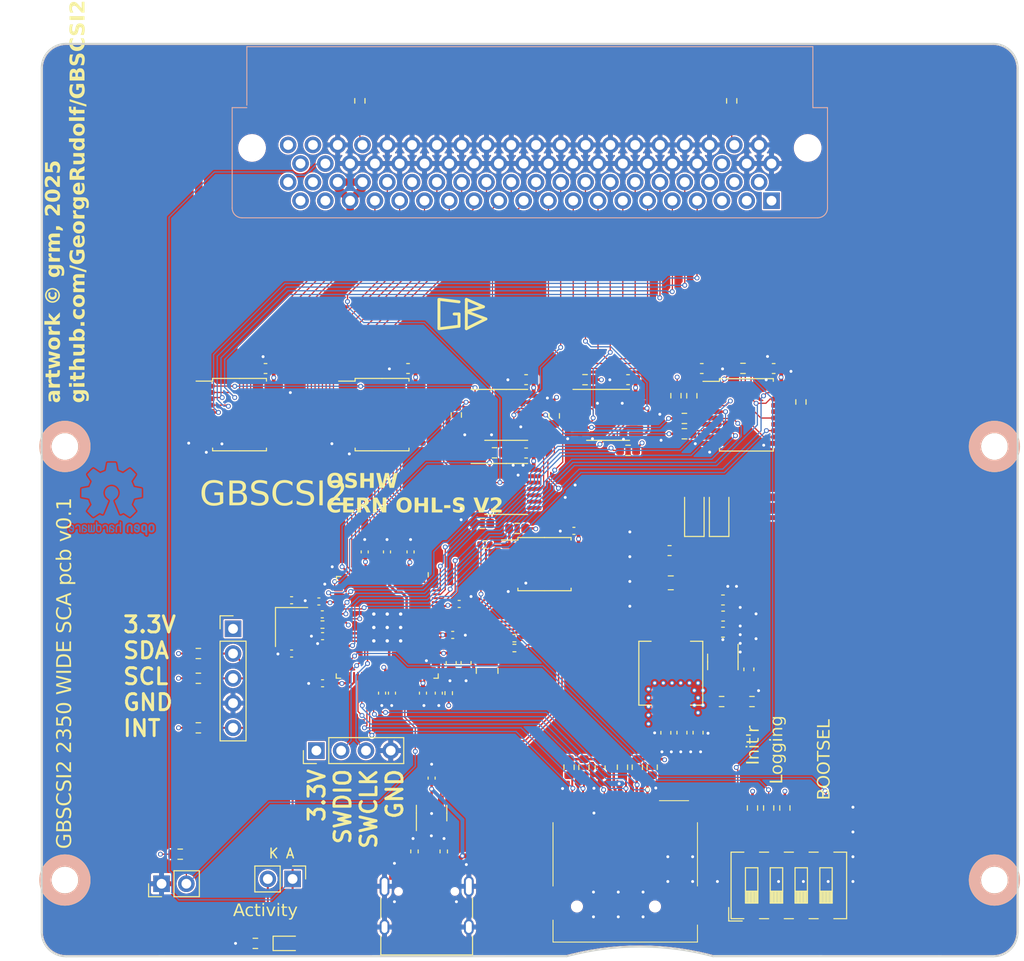
<source format=kicad_pcb>
(kicad_pcb (version 20221018) (generator pcbnew)
  (title_block (title "GBSCSI model 2, 3.5in form factor, FWSCSI") (date "2024-01-10") (rev "1.0") (comment 3 "Drawn by George R. M."))
  (layers (0 "F.Cu" signal) (1 "In1.Cu" signal) (2 "In2.Cu" signal) (31 "B.Cu" signal) (34 "B.Paste" user) (35 "F.Paste" user) (36 "B.SilkS" user "B.Silkscreen") (37 "F.SilkS" user "F.Silkscreen") (38 "B.Mask" user) (39 "F.Mask" user) (44 "Edge.Cuts" user))
  (net 0 "")
  (net 1 "GND")
  (net 2 "+3V3")
  (net 3 "+5V")
  (net 4 "Net-(U3-A0)")
  (net 5 "Net-(U1-VREG_AVDD)")
  (net 6 "/5V_IN")
  (net 7 "/VBUS")
  (net 8 "/SDIO_D2")
  (net 9 "/SDIO_D3")
  (net 10 "/SDIO_CMD")
  (net 11 "/SDIO_CLK")
  (net 12 "/SDIO_D0")
  (net 13 "/SDIO_D1")
  (net 14 "/~{SCSI_SD0}")
  (net 15 "/~{SCSI_SD1}")
  (net 16 "/~{SCSI_SD2}")
  (net 17 "/~{SCSI_SD3}")
  (net 18 "/~{SCSI_SD4}")
  (net 19 "/~{SCSI_SD5}")
  (net 20 "/~{SCSI_SD6}")
  (net 21 "/~{SCSI_SD7}")
  (net 22 "/~{SCSI_SDP}")
  (net 23 "/SCSI_~{ATTN}")
  (net 24 "/~{SCSI_BSY}")
  (net 25 "/~{SCSI_ACK}")
  (net 26 "/~{SCSI_MSG}")
  (net 27 "/~{SCSI_SEL}")
  (net 28 "/SCSI_~{C}{slash}D")
  (net 29 "/SCSI_~{REQ}")
  (net 30 "/~{INITIATOR}")
  (net 31 "/~{DEBUG}")
  (net 32 "/ACTY_RTN")
  (net 33 "/~{MCU_ATTN}")
  (net 34 "/~{MCU_REQ}")
  (net 35 "/~{BUS_DIR}")
  (net 37 "/~{MCU_SEL_OUT}")
  (net 38 "/~{MCU_ACK}")
  (net 39 "Net-(U3-B1)")
  (net 40 "/EJECT")
  (net 41 "Net-(R6-Pad2)")
  (net 42 "Net-(R19-Pad1)")
  (net 43 "/~{MCU_SDP}")
  (net 44 "/~{MCU_CD{slash}SEL_IN}")
  (net 45 "Net-(R20-Pad2)")
  (net 46 "/~{MCU_MSG{slash}BSY_IN}")
  (net 47 "Net-(R21-Pad2)")
  (net 48 "/~{MCU_IO}")
  (net 49 "/~{MCU_SD0}")
  (net 50 "/~{MCU_SD1}")
  (net 51 "/~{MCU_SD2}")
  (net 52 "/~{MCU_SD3}")
  (net 53 "/~{MCU_SD4}")
  (net 54 "/~{MCU_SD5}")
  (net 55 "/~{MCU_SD6}")
  (net 56 "/~{MCU_SD7}")
  (net 57 "/XOUT")
  (net 58 "/~{MCU_BSY_OUT}")
  (net 59 "Net-(C21-Pad1)")
  (net 60 "+1V1")
  (net 61 "/BUS_DIR")
  (net 62 "/~{SCSI_RST}")
  (net 63 "/ACTY")
  (net 64 "/5V_TIE")
  (net 65 "Net-(F2-Pad1)")
  (net 66 "/SCSI_I{slash}~{O} ")
  (net 76 "Net-(J9-Pin_44)")
  (net 78 "Net-(J9-Pin_74)")
  (net 82 "/~{MCU_RST_OUT}")
  (net 83 "/I²C_SDA")
  (net 84 "/CC1")
  (net 85 "/Din+")
  (net 86 "/Din-")
  (net 88 "/CC2")
  (net 90 "/~{SCSI_SD12}")
  (net 91 "/~{SCSI_SD13}")
  (net 92 "/~{SCSI_SD14}")
  (net 93 "/~{SCSI_SD15}")
  (net 94 "/~{SCSI_SDP1}")
  (net 95 "/~{SCSI_SD8}")
  (net 96 "/~{SCSI_SD9}")
  (net 97 "/~{SCSI_SD10}")
  (net 98 "/~{SCSI_SD11}")
  (net 99 "/SWD")
  (net 100 "/SWCLK")
  (net 101 "/VREG_LX")
  (net 102 "/XIN")
  (net 103 "/Dout+")
  (net 104 "/USB_D+")
  (net 105 "/Dout-")
  (net 106 "/USB_D-")
  (net 107 "/QSPI_SS")
  (net 108 "/~{USB_BOOT}")
  (net 109 "Net-(R64-Pad1)")
  (net 110 "/~{MCU_SDP1}")
  (net 111 "/I²C_SCL")
  (net 112 "/I²C_INT")
  (net 115 "/~{MCU_SD8}")
  (net 116 "/~{MCU_SD9}")
  (net 117 "/~{MCU_SD10}")
  (net 118 "/~{MCU_SD11}")
  (net 119 "/~{MCU_SD12}")
  (net 120 "/~{MCU_SD13}")
  (net 121 "/~{MCU_SD14}")
  (net 122 "/~{MCU_SD15}")
  (net 123 "/~{MCU_RST_IN}")
  (net 130 "/QSPI_SD3")
  (net 131 "/QSPI_SCLK")
  (net 132 "/QSPI_SD0")
  (net 133 "/QSPI_SD2")
  (net 134 "/QSPI_SD1")
  (net 136 "Net-(U8-BST)")
  (net 137 "Net-(U8-SW)")
  (net 138 "Net-(U8-FB)")
  (footprint "Resistor_SMD:R_0603_1608Metric" (layer "F.Cu") (at 43.1396 102.379 180)
    (fp_text reference "R51" hide)
    (fp_text value "4k7")
  )
  (footprint "Package_SO:SOIC-8_5.23x5.23mm_P1.27mm" (layer "F.Cu") (at 78.6086 90.675)
    (fp_text reference "U10" hide)
    (fp_text value "W25Q128JVS")
  )
  (footprint "Resistor_SMD:R_0603_1608Metric" (layer "F.Cu") (at 75.8066 87.012)
    (fp_text reference "R54" hide)
    (fp_text value "4k7")
  )
  (footprint "Capacitor_SMD:C_0402_1005Metric" (layer "F.Cu") (at 69.8656 94.759)
    (fp_text reference "C38" hide)
    (fp_text value "100nF")
  )
  (footprint "Connector_PinHeader_2.54mm:PinHeader_1x02_P2.54mm_Vertical" (layer "F.Cu") (at 52.7966 122.953 -90)
    (fp_text reference "J3" hide)
    (fp_text value "Conn_01x02")
  )
  (footprint "LED_SMD:LED_0603_1608Metric" (layer "F.Cu") (at 52.2836 129.557)
    (fp_text reference "D1" hide)
    (fp_text value "YELLOW")
  )
  (footprint "Resistor_SMD:R_0603_1608Metric" (layer "F.Cu") (at 81.123 111.497 90)
    (fp_text reference "R7" hide)
    (fp_text value "4k7")
  )
  (footprint "Capacitor_SMD:C_0402_1005Metric" (layer "F.Cu") (at 52.6926 99.839 180)
    (fp_text reference "C20" hide)
    (fp_text value "22pF")
  )
  (footprint "Resistor_SMD:R_0603_1608Metric" (layer "F.Cu") (at 48.9816 129.557)
    (fp_text reference "R50" hide)
    (fp_text value "510")
  )
  (footprint "Resistor_SMD:R_0603_1608Metric" (layer "F.Cu") (at 82.7625 71.765139 180)
    (fp_text reference "R13" hide)
    (fp_text value "4k7")
  )
  (footprint "Resistor_SMD:R_0603_1608Metric" (layer "F.Cu") (at 86.596 111.497 90)
    (fp_text reference "R3" hide)
    (fp_text value "4k7")
  )
  (footprint "Capacitor_SMD:C_0402_1005Metric" (layer "F.Cu") (at 55.4866 94.505 180)
    (fp_text reference "C29" hide)
    (fp_text value "100nF")
  )
  (footprint "Connector_PinHeader_2.54mm:PinHeader_1x05_P2.54mm_Vertical" (layer "F.Cu") (at 46.6956 97.304)
    (fp_text reference "J6" hide)
    (fp_text value "Conn_01x05")
  )
  (footprint "Resistor_SMD:R_0603_1608Metric" (layer "F.Cu") (at 43.1396 99.839 180)
    (fp_text reference "R15" hide)
    (fp_text value "4k7")
  )
  (footprint "Connector_PinHeader_2.54mm:PinHeader_1x04_P2.54mm_Vertical" (layer "F.Cu") (at 55.2314 109.793 90)
    (fp_text reference "J7" hide)
    (fp_text value "Conn_01x04")
  )
  (footprint "Capacitor_SMD:C_0603_1608Metric" (layer "F.Cu") (at 96.9096 96.003139)
    (fp_text reference "C17" hide)
    (fp_text value "1uF")
  )
  (footprint "Resistor_SMD:R_0603_1608Metric" (layer "F.Cu") (at 72.2226 86.504)
    (fp_text reference "R10" hide)
    (fp_text value "4k7")
  )
  (footprint "Package_SO:TSSOP-14_4.4x5mm_P0.65mm" (layer "F.Cu") (at 85.124766 75.372139)
    (fp_text reference "U6" hide)
    (fp_text value "74LVT125")
  )
  (footprint "Capacitor_SMD:C_0402_1005Metric" (layer "F.Cu") (at 67.7776 103.903 -90)
    (fp_text reference "C36" hide)
    (fp_text value "4.7uF")
  )
  (footprint "Resistor_SMD:R_0603_1608Metric" (layer "F.Cu") (at 69.5736 75.384339 90)
    (fp_text reference "R19" hide)
    (fp_text value "1k")
  )
  (footprint "GBSCSI:MH2.5_NPTH" (layer "F.Cu") (at 29.464 78.613)
    (fp_text reference "H1" hide)
    (fp_text value "~" hide)
  )
  (footprint "Package_SO:SSOP-20_5.3x7.2mm_P0.65mm" (layer "F.Cu") (at 47.3586 75.348139)
    (fp_text reference "U11" hide)
    (fp_text value "74LVT245")
  )
  (footprint "Resistor_SMD:R_0402_1005Metric" (layer "F.Cu") (at 75.5246 99.2802 180)
    (fp_text reference "R49" hide)
    (fp_text value "27")
  )
  (footprint "Capacitor_SMD:C_0603_1608Metric" (layer "F.Cu") (at 94.7236 70.622139)
    (fp_text reference "C2" hide)
    (fp_text value "12pF")
  )
  (footprint "Resistor_SMD:R_0603_1608Metric" (layer "F.Cu") (at 97.79 43.18 90)
    (fp_text reference "R67" hide)
    (fp_text value "10k")
  )
  (footprint "Resistor_SMD:R_0603_1608Metric" (layer "F.Cu") (at 79.6166 75.475139 -90)
    (fp_text reference "R11" hide)
    (fp_text value "4k7")
  )
  (footprint "Capacitor_SMD:C_0402_1005Metric" (layer "F.Cu") (at 60.1844 89.425 90)
    (fp_text reference "C28" hide)
    (fp_text value "100nF")
  )
  (footprint "Capacitor_SMD:C_0603_1608Metric" (layer "F.Cu") (at 76.7234 79.285139 180)
    (fp_text reference "C7" hide)
    (fp_text value "100nF")
  )
  (footprint "Capacitor_SMD:C_0402_1005Metric" (layer "F.Cu") (at 61.9636 103.903 -90)
    (fp_text reference "C31" hide)
    (fp_text value "100nF")
  )
  (footprint "Capacitor_SMD:C_0402_1005Metric" (layer "F.Cu") (at 55.8676 98.061 180)
    (fp_text reference "C23" hide)
    (fp_text value "4.7uF")
  )
  (footprint "GBSCSI:MH2.5_NPTH" (layer "F.Cu") (at 29.464 123.063)
    (fp_text reference "H2" hide)
    (fp_text value "~" hide)
  )
  (footprint "Button_Switch_SMD:SW_DIP_SPSTx04_Slide_6.7x11.72mm_W8.61mm_P2.54mm_LowProfile" (layer "F.Cu") (at 103.645 123.6134 90)
    (fp_text reference "SW1" hide)
    (fp_text value "SW_DIP_x03")
  )
  (footprint "Resistor_SMD:R_0603_1608Metric" (layer "F.Cu") (at 82.647 111.497 90)
    (fp_text reference "R5" hide)
    (fp_text value "4k7")
  )
  (footprint "Inductor_SMD:L_0603_1608Metric" (layer "F.Cu") (at 91.4216 89.291139)
    (fp_text reference "L1" hide)
    (fp_text value "Ferrite_Bead_Small")
  )
  (footprint "Inductor_SMD:L_1008_2520Metric_Pad1.43x2.20mm_HandSolder" (layer "F.Cu") (at 72.7306 101.617 -90)
    (fp_text reference "L3" hide)
    (fp_text value "3.3uH")
  )
  (footprint "Resistor_SMD:R_0603_1608Metric" (layer "F.Cu") (at 89.644 111.497 90)
    (fp_text reference "R1" hide)
    (fp_text value "4k7")
  )
  (footprint "Diode_SMD:D_SOD-123" (layer "F.Cu") (at 96.5016 85.481139 90)
    (fp_text reference "D3" hide)
    (fp_text value "D_Schottky")
  )
  (footprint "Package_SO:TSSOP-14_4.4x5mm_P0.65mm" (layer "F.Cu") (at 74.686933 75.372139)
    (fp_text reference "U5" hide)
    (fp_text value "74LVT125")
  )
  (footprint "Fiducial:Fiducial_0.5mm_Mask1mm" (layer "F.Cu") (at 46.2836 128.425)
    (fp_text reference "FID2" hide)
    (fp_text value "Fiducial")
  )
  (footprint "Capacitor_SMD:C_0402_1005Metric" (layer "F.Cu") (at 62.9796 103.903 -90)
    (fp_text reference "C22" hide)
    (fp_text value "100nF")
  )
  (footprint "Inductor_SMD:L_Vishay_IHLP-2525" (layer "F.Cu") (at 91.5496 101.858139 -90)
    (fp_text reference "L2" hide)
    (fp_text value "2.2uH")
  )
  (footprint "Connector_USB:USB_C_Receptacle_HRO_TYPE-C-31-M-12" (layer "F.Cu") (at 66.5344 126.8364)
    (fp_text reference "J1" hide)
    (fp_text value "USB_DATA")
  )
  (footprint "Capacitor_SMD:C_0603_1608Metric" (layer "F.Cu") (at 92.6926 107.954139 -90)
    (fp_text reference "C13" hide)
    (fp_text value "22uF")
  )
  (footprint "Capacitor_SMD:C_0402_1005Metric" (layer "F.Cu") (at 55.8384 95.823 180)
    (fp_text reference "C39" hide)
    (fp_text value "100nF")
  )
  (footprint "Capacitor_SMD:C_0603_1608Metric" (layer "F.Cu") (at 76.7234 71.765139 180)
    (fp_text reference "C5" hide)
    (fp_text value "100nF")
  )
  (footprint "Capacitor_SMD:C_0402_1005Metric" (layer "F.Cu") (at 66.1546 103.903 -90)
    (fp_text reference "C32" hide)
    (fp_text value "100nF")
  )
  (footprint "Resistor_SMD:R_0603_1608Metric" (layer "F.Cu") (at 88.12 111.497 90)
    (fp_text reference "R2" hide)
    (fp_text value "4k7")
  )
  (footprint "Package_SO:SSOP-20_5.3x7.2mm_P0.65mm" (layer "F.Cu") (at 61.9636 75.348139)
    (fp_text reference "U2" hide)
    (fp_text value "74LVT245")
  )
  (footprint "Capacitor_SMD:C_0402_1005Metric" (layer "F.Cu") (at 55.8676 102.887 180)
    (fp_text reference "C30" hide)
    (fp_text value "100nF")
  )
  (footprint "Resistor_SMD:R_0402_1005Metric" (layer "F.Cu") (at 75.5246 98.2642 180)
    (fp_text reference "R48" hide)
    (fp_text value "27")
  )
  (footprint "Fuse:Fuse_0805_2012Metric" (layer "F.Cu") (at 91.5486 92.593139)
    (fp_text reference "F2" hide)
    (fp_text value "1A")
  )
  (footprint "Package_TO_SOT_SMD:SOT-23-6" (layer "F.Cu") (at 67.0398 116.1981 90)
    (fp_text reference "U9" hide)
    (fp_text value "USB TVS")
  )
  (footprint "Capacitor_SMD:C_0402_1005Metric" (layer "F.Cu") (at 62.4704 89.425 90)
    (fp_text reference "C24" hide)
    (fp_text value "100nF")
  )
  (footprint "GBSCSI:TF01A" (layer "F.Cu") (at 86.881 122.175)
    (fp_text reference "J2" hide)
    (fp_text value "TF003" hide)
  )
  (footprint "Resistor_SMD:R_0402_1005Metric" (layer "F.Cu") (at 65.2844 120.1296 90)
    (fp_text reference "R47" hide)
    (fp_text value "5k1")
  )
  (footprint "Resistor_SMD:R_0603_1608Metric" (layer "F.Cu") (at 73.4926 79.265 180)
    (fp_text reference "R64" hide)
    (fp_text value "1k")
  )
  (footprint "Package_TO_SOT_SMD:TSOT-23-6" (layer "F.Cu") (at 96.882893 100.701432 -90)
    (fp_text reference "U8" hide)
    (fp_text value "AP62250WU")
  )
  (footprint "Capacitor_SMD:C_0402_1005Metric" (layer "F.Cu") (at 67.0424 112.615 90)
    (fp_text reference "C33" hide)
    (fp_text value "100nF")
  )
  (footprint "Crystal:Crystal_SMD_3225-4Pin_3.2x2.5mm" (layer "F.Cu") (at 52.6926 97.125 -90)
    (fp_text reference "Y1" hide)
    (fp_text value "12MHz")
  )
  (footprint "Resistor_SMD:R_0603_1608Metric" (layer "F.Cu") (at 103.2386 115.6764 -90)
    (fp_text reference "R6" hide)
    (fp_text value "1k")
  )
  (footprint "Resistor_SMD:R_0603_1608Metric" (layer "F.Cu") (at 59.69 43.18 90)
    (fp_text reference "R18" hide)
    (fp_text value "10k")
  )
  (footprint "Capacitor_SMD:C_0603_1608Metric" (layer "F.Cu") (at 96.8966 97.654139)
    (fp_text reference "C18" hide)
    (fp_text value "100nF")
  )
  (footprint "Resistor_SMD:R_0603_1608Metric" (layer "F.Cu") (at 98.9482 70.609139)
    (fp_text reference "R8" hide)
    (fp_text value "4k7")
  )
  (footprint "GBSCSI:RP2350-QFN-80-1EP_10x10_P0.4mm_EP3.4x3.4mm_ThermalVias" (layer "F.Cu") (at 62.4936 97.170139 -90)
    (fp_text reference "U1" hide)
    (fp_text value "RP2350_80QFN")
  )
  (footprint "Resistor_SMD:R_0603_1608Metric" (layer "F.Cu") (at 41.28 120.413)
    (fp_text reference "R66" hide)
    (fp_text value "4k7")
  )
  (footprint "Package_SO:TSSOP-14_4.4x5mm_P0.65mm" (layer "F.Cu") (at 74.686933 82.968139)
    (fp_text reference "U4" hide)
    (fp_text value "74LVT125")
  )
  (footprint "Capacitor_SMD:C_0603_1608Metric" (layer "F.Cu") (at 70.5716 100.8042 -90)
    (fp_text reference "C35" hide)
    (fp_text value "4.7uF")
  )
  (footprint "Resistor_SMD:R_0603_1608Metric" (layer "F.Cu") (at 104.8836 74.051139 90)
    (fp_text reference "R17" hide)
    (fp_text value "1k")
  )
  (footprint "Capacitor_SMD:C_0603_1608Metric" (layer "F.Cu") (at 87.1691 71.765139 180)
    (fp_text reference "C6" hide)
    (fp_text value "100nF")
  )
  (footprint "Capacitor_SMD:C_0603_1608Metric" (layer "F.Cu") (at 64.6246 70.622139 180)
    (fp_text reference "C4" hide)
    (fp_text value "100nF")
  )
  (footprint "Fiducial:Fiducial_0.5mm_Mask1mm" (layer "F.Cu") (at 110.8336 128.375)
    (fp_text reference "FID1" hide)
    (fp_text value "Fiducial")
  )
  (footprint "Diode_SMD:D_SOD-123" (layer "F.Cu") (at 93.9616 85.481139 90)
    (fp_text reference "D5" hide)
    (fp_text value "D_Schottky")
  )
  (footprint "GBSCSI:MH2.5_NPTH" (layer "F.Cu") (at 124.714 123.063)
    (fp_text reference "H4" hide)
    (fp_text value "~" hide)
  )
  (footprint "Package_SO:SSOP-20_5.3x7.2mm_P0.65mm" (layer "F.Cu") (at 99.2956 75.372139)
    (fp_text reference "U3" hide)
    (fp_text value "74LVT245")
  )
  (footprint "Resistor_SMD:R_0603_1608Metric" (layer "F.Cu") (at 101.579134 115.6764 90)
    (fp_text reference "R9" hide)
    (fp_text value "4k7")
  )
  (footprint "Capacitor_SMD:C_0603_1608Metric" (layer "F.Cu") (at 84.31 111.497 -90)
    (fp_text reference "C1" hide)
    (fp_text value "100nF")
  )
  (footprint "Capacitor_SMD:C_0603_1608Metric" (layer "F.Cu") (at 69.0476 100.8042 -90)
    (fp_text reference "C26" hide)
    (fp_text value "4.7uF")
  )
  (footprint "Resistor_SMD:R_0603_1608Metric" (layer "F.Cu") (at 93.7046 73.416139 90)
    (fp_text reference "R16" hide)
    (fp_text value "110")
  )
  (footprint "Capacitor_SMD:C_0603_1608Metric" (layer "F.Cu") (at 50.0244 70.622139 180)
    (fp_text reference "C37" hide)
    (fp_text value "100nF")
  )
  (footprint "Resistor_SMD:R_0402_1005Metric" (layer "F.Cu") (at 55.8586 96.875 180)
    (fp_text reference "R14" hide)
    (fp_text value "1k")
  )
  (footprint "Capacitor_SMD:C_0402_1005Metric" (layer "F.Cu") (at 69.2026 97.934)
    (fp_text reference "C25" hide)
    (fp_text value "1uF")
  )
  (footprint "Resistor_SMD:R_0402_1005Metric" (layer "F.Cu") (at 68.7936 103.903 -90)
    (fp_text reference "R65" hide)
    (fp_text value "27")
  )
  (footprint "Capacitor_SMD:C_0402_1005Metric" (layer "F.Cu") (at 81.6206 87.266 180)
    (fp_text reference "C34" hide)
    (fp_text value "100nF")
  )
  (footprint "Resistor_SMD:R_0603_1608Metric" (layer "F.Cu") (at 96.7566 104.766139)
    (fp_text reference "R41" hide)
    (fp_text value "31k6")
  )
  (footprint "Resistor_SMD:R_0603_1608Metric" (layer "F.Cu") (at 92.075 73.406 -90)
    (fp_text reference "R40" hide)
    (fp_text value "4k7")
  )
  (footprint "Resistor_SMD:R_0603_1608Metric" (layer "F.Cu") (at 99.919668 115.6764 -90)
    (fp_text reference "R4" hide)
    (fp_text value "1k")
  )
  (footprint "Resistor_SMD:R_0402_1005Metric" (layer "F.Cu") (at 68.2844 120.1296 90)
    (fp_text reference "R46" hide)
    (fp_text value "5k1")
  )
  (footprint "Capacitor_SMD:C_0402_1005Metric" (layer "F.Cu") (at 52.6926 94.378)
    (fp_text reference "C21" hide)
    (fp_text value "22pF")
  )
  (footprint "Capacitor_SMD:C_0603_1608Metric" (layer "F.Cu") (at 91.0416 107.967139 -90)
    (fp_text reference "C16" hide)
    (fp_text value "100nF")
  )
  (footprint "Capacitor_SMD:C_0603_1608Metric" (layer "F.Cu") (at 94.3436 107.954139 -90)
    (fp_text reference "C12" hide)
    (fp_text value "22uF")
  )
  (footprint "Capacitor_SMD:C_0603_1608Metric" (layer "F.Cu") (at 99.5506 101.464139 -90)
    (fp_text reference "C14" hide)
    (fp_text value "100nF")
  )
  (footprint "Connector_PinHeader_2.54mm:PinHeader_1x02_P2.54mm_Vertical" (layer "F.Cu") (at 39.37 123.444 90)
    (fp_text reference "J8" hide)
    (fp_text value "Conn_01x02")
  )
  (footprint "Capacitor_SMD:C_0603_1608Metric" (layer "F.Cu") (at 102.0896 70.622139 180)
    (fp_text reference "C3" hide)
    (fp_text value "100nF")
  )
  (footprint "Resistor_SMD:R_0603_1608Metric" (layer "F.Cu") (at 43.1396 107.459 180)
    (fp_text reference "R52" hide)
    (fp_text value "4k7")
  )
  (footprint "GBSCSI:MH2.5_NPTH" (layer "F.Cu") (at 124.714 78.613)
    (fp_text reference "H3" hide)
    (fp_text value "~" hide)
  )
  (footprint "Resistor_SMD:R_0603_1608Metric" (layer "F.Cu") (at 99.8676 104.766139)
    (fp_text reference "R42" hide)
    (fp_text value "10k")
  )
  (footprint "Resistor_SMD:R_0603_1608Metric" (layer "F.Cu") (at 92.9416 77.314739 180)
    (fp_text reference "R21" hide)
    (fp_text value "1k")
  )
  (footprint "Fiducial:Fiducial_0.5mm_Mask1mm" (layer "F.Cu") (at 31.115 41.402)
    (fp_text reference "FID3" hide)
    (fp_text value "Fiducial")
  )
  (footprint "Resistor_SMD:R_0603_1608Metric" (layer "F.Cu") (at 92.9416 75.739939 180)
    (fp_text reference "R20" hide)
    (fp_text value "1k")
  )
  (footprint "Resistor_SMD:R_0402_1005Metric" (layer "F.Cu") (at 72.5026 88.663 180)
    (fp_text reference "R53" hide)
    (fp_text value "1k")
  )
  (footprint "Resistor_SMD:R_0603_1608Metric" (layer "F.Cu") (at 87.1691 79.011 180)
    (fp_text reference "R12" hide)
    (fp_text value "4k7")
  )
  (footprint "Capacitor_SMD:C_0402_1005Metric" (layer "F.Cu") (at 64.8834 89.425 90)
    (fp_text reference "C27" hide)
    (fp_text value "100nF")
  )
  (footprint "Capacitor_SMD:C_0603_1608Metric" (layer "F.Cu") (at 96.8966 94.352139)
    (fp_text reference "C15" hide)
    (fp_text value "10uF")
  )
  (footprint "GBSCSI:CHAMPII_80" (layer "B.Cu") (at 77.106 50.8762)
    (fp_text reference "J9" hide)
    (fp_text value "Conn_02x40_Counter_Clockwise")
  )
  (footprint "Symbol:OSHW-Logo2_9.8x8mm_Copper" (layer "B.Cu") (at 34.2496 83.991861 180)
    (fp_text reference "REF**" hide)
    (fp_text value "OSHW-Logo2_9.8x8mm_Copper" hide)
  )
  (gr_line (start 72.6 65.538) (end 70.6 64.788) (stroke (width 0.3)) (layer "F.SilkS"))
  (gr_line (start 67.85 66.534) (end 69.85 66.284) (stroke (width 0.3)) (layer "F.SilkS"))
  (gr_line (start 72.35 64.288) (end 70.6 64.788) (stroke (width 0.3)) (layer "F.SilkS"))
  (gr_line (start 69.85 66.284) (end 69.85 65.034) (stroke (width 0.3)) (layer "F.SilkS"))
  (gr_line (start 67.85 63.534) (end 69.85 63.784) (stroke (width 0.3)) (layer "F.SilkS"))
  (gr_line (start 67.7904 63.534) (end 67.7904 66.534) (stroke (width 0.3)) (layer "F.SilkS"))
  (gr_line (start 70.6 66.538) (end 72.6 65.538) (stroke (width 0.3)) (layer "F.SilkS"))
  (gr_line (start 69.35 65.034) (end 69.85 65.034) (stroke (width 0.3)) (layer "F.SilkS"))
  (gr_line (start 70.6 63.538) (end 72.35 64.288) (stroke (width 0.3)) (layer "F.SilkS"))
  (gr_line (start 70.6 66.538) (end 70.6 63.538) (stroke (width 0.3)) (layer "F.SilkS"))
  (gr_arc (start 27.089 39.833) (mid 27.821233 38.065233) (end 29.589 37.333) (stroke (width 0.2)) (layer "Edge.Cuts"))
  (gr_arc (start 80.881 130.875) (mid 88.381 129.887606) (end 95.881 130.875) (stroke (width 0.2)) (layer "Edge.Cuts"))
  (gr_arc (start 29.589 130.883) (mid 27.821233 130.150767) (end 27.089 128.383) (stroke (width 0.2)) (layer "Edge.Cuts"))
  (gr_line (start 27.089 128.383) (end 27.089 39.833) (stroke (width 0.2)) (layer "Edge.Cuts"))
  (gr_line (start 29.589 37.333) (end 124.589 37.333) (stroke (width 0.2)) (layer "Edge.Cuts"))
  (gr_arc (start 127.089 128.383) (mid 126.356767 130.150767) (end 124.589 130.883) (stroke (width 0.2)) (layer "Edge.Cuts"))
  (gr_line (start 127.089 128.383) (end 127.089 39.833) (stroke (width 0.2)) (layer "Edge.Cuts"))
  (gr_arc (start 124.589 37.333) (mid 126.356767 38.065233) (end 127.089 39.833) (stroke (width 0.2)) (layer "Edge.Cuts"))
  (gr_line (start 95.881 130.875) (end 124.589 130.883) (stroke (width 0.2)) (layer "Edge.Cuts"))
  (gr_line (start 29.589 130.883) (end 80.881 130.875) (stroke (width 0.2)) (layer "Edge.Cuts"))
  (gr_text "3.3V\nSWDIO\nSWCLK\nGND" (at 64.2216 111.523 90) (layer "F.SilkS") (effects (font (size 1.651 1.651) (thickness 0.3) bold) (justify right bottom)))
  (gr_text "artwork © grm, 2025\ngithub.com/GeorgeRudolf/GBSCSI2" (at 29.591 74.168 90) (layer "F.SilkS") (effects (font (size 1.5 1.5) (thickness 0.3) bold italic) (justify left)))
  (gr_text "GBSCSI2" (at 43.2646 85.071139) (layer "F.SilkS") (effects (font (size 2.5 2.5) (thickness 0.15) italic) (justify left bottom)))
  (gr_text "BOOTSEL" (at 108.038 106.5672 90) (layer "F.SilkS") (effects (font (size 1.27 1.27) (thickness 0.1875)) (justify right bottom)))
  (gr_text "GBSCSI2 2350 WIDE SCA pcb v0.1" (at 30.353 119.888 90) (layer "F.SilkS") (effects (font (size 1.5 1.5)) (justify left bottom)))
  (gr_text "Logging" (at 103.1878 106.189 90) (layer "F.SilkS") (effects (font (size 1.27 1.27) (thickness 0.1875)) (justify right bottom)))
  (gr_text "Activity" (at 53.3336 126.975) (layer "F.SilkS") (effects (font (size 1.27 1.27) (thickness 0.1875)) (justify right bottom)))
  (gr_text "OSHW\nCERN OHL-S V2" (at 56.2486 85.635139) (layer "F.SilkS") (effects (font (size 1.5 1.5) (thickness 0.3) bold italic) (justify left bottom)))
  (gr_text "3.3V\nSDA\nSCL\nGND\nINT" (at 35.2656 108.475) (layer "F.SilkS") (effects (font (size 1.651 1.651) (thickness 0.3) bold) (justify left bottom)))
  (gr_text "K A" (at 50.2516 120.921) (layer "F.SilkS") (effects (font (size 1 1)) (justify left bottom)))
  (gr_text "Init'r" (at 100.7736 107.2276 90) (layer "F.SilkS") (effects (font (size 1.27 1.27) (thickness 0.1875)) (justify right bottom)))
  (via (at 63.2324 125.287) (size 0.5) (drill 0.3) (layers "F.Cu" "B.Cu") (net 1))
  (via (at 98.6616 97.019139) (size 0.5) (drill 0.3) (layers "F.Cu" "B.Cu") (net 1))
  (via (at 103.8636 70.913939) (size 0.5) (drill 0.3) (layers "F.Cu" "B.Cu") (net 1))
  (via (at 81.7476 82.567) (size 0.5) (drill 0.3) (layers "F.Cu" "B.Cu") (net 1))
  (via (at 96.8532 70.659939) (size 0.5) (drill 0.3) (layers "F.Cu" "B.Cu") (net 1))
  (via (at 107.6736 123.215) (size 0.5) (drill 0.3) (layers "F.Cu" "B.Cu") (net 1))
  (via (at 90.551 77.978) (size 0.5) (drill 0.3) (layers "F.Cu" "B.Cu") (net 1))
  (via (at 76.6944 92.6226) (size 0.5) (drill 0.3) (layers "F.Cu" "B.Cu") (net 1))
  (via (at 62.4704 88.155) (size 0.5) (drill 0.3) (layers "F.Cu" "B.Cu") (net 1))
  (via (at 105.1336 123.215) (size 0.5) (drill 0.3) (layers "F.Cu" "B.Cu") (net 1))
  (via (at 96.8836 98.416139) (size 0.5) (drill 0.3) (layers "F.Cu" "B.Cu") (net 1))
  (via (at 56.8228 78.330739) (size 0.5) (drill 0.3) (layers "F.Cu" "B.Cu") (net 1))
  (via (at 70.0636 86.123) (size 0.5) (drill 0.3) (layers "F.Cu" "B.Cu") (net 1))
  (via (at 74.891 93.4862) (size 0.5) (drill 0.3) (layers "F.Cu" "B.Cu") (net 1))
  (via (at 97.3916 92.955139) (size 0.5) (drill 0.3) (layers "F.Cu" "B.Cu") (net 1))
  (via (at 62.9516 105.173) (size 0.5) (drill 0.3) (layers "F.Cu" "B.Cu") (net 1))
  (via (at 98.6616 99.686139) (size 0.5) (drill 0.3) (layers "F.Cu" "B.Cu") (net 1))
  (via (at 68.9206 102.633) (size 0.5) (drill 0.3) (layers "F.Cu" "B.Cu") (net 1))
  (via (at 65.1374 118.81) (size 0.5) (drill 0.3) (layers "F.Cu" "B.Cu") (net 1))
  (via (at 86.258 113.181) (size 0.5) (drill 0.3) (layers "F.Cu" "B.Cu") (net 1))
  (via (at 85.3025 71.777539) (size 0.5) (drill 0.3) (layers "F.Cu" "B.Cu") (net 1))
  (via (at 93.786 123.215) (size 0.5) (drill 0.3) (layers "F.Cu" "B.Cu") (net 1))
  (via (at 91.246 120.675) (size 0.5) (drill 0.3) (layers "F.Cu" "B.Cu") (net 1))
  (via (at 76.1776 76.603539) (size 0.5) (drill 0.3) (layers "F.Cu" "B.Cu") (net 1))
  (via (at 67.0424 111.19) (size 0.5) (drill 0.3) (layers "F.Cu" "B.Cu") (net 1))
  (via (at 56.8556 90.949) (size 0.5) (drill 0.3) (layers "F.Cu" "B.Cu") (net 1))
  (via (at 110.2136 118.135) (size 0.5) (drill 0.3) (layers "F.Cu" "B.Cu") (net 1))
  (via (at 69.5824 125.287) (size 0.5) (drill 0.3) (layers "F.Cu" "B.Cu") (net 1))
  (via (at 86.1672 126.8366) (size 0.5) (drill 0.3) (layers "F.Cu" "B.Cu") (net 1))
  (via (at 80.7316 83.837) (size 0.5) (drill 0.3) (layers "F.Cu" "B.Cu") (net 1))
  (via (at 88.7072 126.8366) (size 0.5) (drill 0.3) (layers "F.Cu" "B.Cu") (net 1))
  (via (at 93.5854 109.918139) (size 0.5) (drill 0.3) (layers "F.Cu" "B.Cu") (net 1))
  (via (at 75.3976 80.535) (size 0.5) (drill 0.3) (layers "F.Cu" "B.Cu") (net 1))
  (via (at 76.4136 80.535) (size 0.5) (drill 0.3) (layers "F.Cu" "B.Cu") (net 1))
  (via (at 75.9056 81.551) (size 0.5) (drill 0.3) (layers "F.Cu" "B.Cu") (net 1))
  (via (at 83.6272 126.8366) (size 0.5) (drill 0.3) (layers "F.Cu" "B.Cu") (net 1))
  (via (at 70.0636 84.98) (size 0.5) (drill 0.3) (layers "F.Cu" "B.Cu") (net 1))
  (via (at 54.444 102.9096) (size 0.5) (drill 0.3) (layers "F.Cu" "B.Cu") (net 1))
  (via (at 101.0696 78.483139) (size 0.5) (drill 0.3) (layers "F.Cu" "B.Cu") (net 1))
  (via (at 58.6086 79.375) (size 0.5) (drill 0.3) (layers "F.Cu" "B.Cu") (net 1))
  (via (at 83.5245 77.822739) (size 0.5) (drill 0.3) (layers "F.Cu" "B.Cu") (net 1))
  (via (at 90.424 75.311) (size 0.5) (drill 0.3) (layers "F.Cu" "B.Cu") (net 1))
  (via (at 68.3124 118.81) (size 0.5) (drill 0.3) (layers "F.Cu" "B.Cu") (net 1))
  (via (at 62.7156 70.659939) (size 0.5) (drill 0.3) (layers "F.Cu" "B.Cu") (net 1))
  (via (at 45.554 78.3478) (size 0.5) (drill 0.3) (layers "F.Cu" "B.Cu") (net 1))
  (via (at 95.3634 108.015) (size 0.5) (drill 0.3) (layers "F.Cu" "B.Cu") (net 1))
  (via (at 92.5694 109.918139) (size 0.5) (drill 0.3) (layers "F.Cu" "B.Cu") (net 1))
  (via (at 102.5936 123.215) (size 0.5) (drill 0.3) (layers "F.Cu" "B.Cu") (net 1))
  (via (at 51.2944 99.887) (size 0.5) (drill 0.3) (layers "F.Cu" "B.Cu") (net 1))
  (via (at 43.9538 79.2114) (size 0.5) (drill 0.3) (layers "F.Cu" "B.Cu") (net 1))
  (via (at 52.5644 73.09) (size 0.5) (drill 0.3) (layers "F.Cu" "B.Cu") (net 1))
  (via (at 80.458 113.681) (size 0.5) (drill 0.3) (layers "F.Cu" "B.Cu") (net 1))
  (via (at 110.2136 120.675) (size 0.5) (drill 0.3) (layers "F.Cu" "B.Cu") (net 1))
  (via (at 101.3236 71.777539) (size 0.5) (drill 0.3) (layers "F.Cu" "B.Cu") (net 1))
  (via (at 54.7246 98.061) (size 0.5) (drill 0.3) (layers "F.Cu" "B.Cu") (net 1))
  (via (at 46.9496 129.557) (size 0.5) (drill 0.3) (layers "F.Cu" "B.Cu") (net 1))
  (via (at 90.008 113.631) (size 0.5) (drill 0.3) (layers "F.Cu" "B.Cu") (net 1))
  (via (at 67.0398 116.2434) (size 0.5) (drill 0.3) (layers "F.Cu" "B.Cu") (net 1))
  (via (at 70.5984 121.477) (size 0.5) (drill 0.3) (layers "F.Cu" "B.Cu") (net 1))
  (via (at 98.2806 92.955139) (size 0.5) (drill 0.3) (layers "F.Cu" "B.Cu") (net 1))
  (via (at 54.0884 94.426) (size 0.5) (drill 0.3) (layers "F.Cu" "B.Cu") (net 1))
  (via (at 91.6042 109.92) (size 0.5) (drill 0.3) (layers "F.Cu" "B.Cu") (net 1))
  (via (at 83.675 113.656) (size 0.5) (drill 0.3) (layers "F.Cu" "B.Cu") (net 1))
  (via (at 70.4954 97.9594) (size 0.5) (drill 0.3) (layers "F.Cu" "B.Cu") (net 1))
  (via (at 100.5436 103.649) (size 0.5) (drill 0.3) (layers "F.Cu" "B.Cu") (net 1))
  (via (at 98.6616 95.114139) (size 0.5) (drill 0.3) (layers "F.Cu" "B.Cu") (net 1))
  (via (at 110.2136 123.215) (size 0.5) (drill 0.3) (layers "F.Cu" "B.Cu") (net 1))
  (via (at 90.639 109.92) (size 0.5) (drill 0.3) (layers "F.Cu" "B.Cu") (net 1))
  (via (at 66.5076 100.5756) (size 0.5) (drill 0.3) (layers "F.Cu" "B.Cu") (net 1))
  (via (at 60.1844 88.155) (size 0.5) (drill 0.3) (layers "F.Cu" "B.Cu") (net 1))
  (via (at 87.3536 94.993139) (size 0.5) (drill 0.3) (layers "F.Cu" "B.Cu") (net 1))
  (via (at 87.3536 89.913139) (size 0.5) (drill 0.3) (layers "F.Cu" "B.Cu") (net 1))
  (via (at 86.7006 77.868) (size 0.5) (drill 0.3) (layers "F.Cu" "B.Cu") (net 1))
  (via (at 78.9042 73.6488) (size 0.5) (drill 0.3) (layers "F.Cu" "B.Cu") (net 1))
  (via (at 70.4372 77.416339) (size 0.5) (drill 0.3) (layers "F.Cu" "B.Cu") (net 1))
  (via (at 100.2836 95.773139) (size 0.5) (drill 0.3) (layers "F.Cu" "B.Cu") (net 1))
  (via (at 83.675 116.196) (size 0.5) (drill 0.3) (layers "F.Cu" "B.Cu") (net 1))
  (via (at 83.6272 124.2966) (size 0.5) (drill 0.3) (layers "F.Cu" "B.Cu") (net 1))
  (via (at 42.1504 78.2716) (size 0.5) (drill 0.3) (layers "F.Cu" "B.Cu") (net 1))
  (via (at 84.0336 74.185) (size 0.5) (drill 0.3) (layers "F.Cu" "B.Cu") (net 1))
  (via (at 89.8936 107.975) (size 0.5) (drill 0.3) (layers "F.Cu" "B.Cu") (net 1))
  (via (at 80.225 87.2886) (size 0.5) (drill 0.3) (layers "F.Cu" "B.Cu") (net 1))
  (via (at 73.1804 77.416339) (size 0.5) (drill 0.3) (layers "F.Cu" "B.Cu") (net 1))
  (via (at 101.4606 69.385639) (size 0.5) (drill 0.3) (layers "F.Cu" "B.Cu") (net 1))
  (via (at 95.5324 79.194339) (size 0.5) (drill 0.3) (layers "F.Cu" "B.Cu") (net 1))
  (via (at 71.0796 93.997) (size 0.5) (drill 0.3) (layers "F.Cu" "B.Cu") (net 1))
  (via (at 64.8834 88.155) (size 0.5) (drill 0.3) (layers "F.Cu" "B.Cu") (net 1))
  (via (at 110.2136 115.595) (size 0.5) (drill 0.3) (layers "F.Cu" "B.Cu") (net 1))
  (via (at 88.7072 124.2966) (size 0.5) (drill 0.3) (layers "F.Cu" "B.Cu") (net 1))
  (via (at 70.5716 102.633) (size 0.5) (drill 0.3) (layers "F.Cu" "B.Cu") (net 1))
  (via (at 74.8568 71.777539) (size 0.5) (drill 0.3) (layers "F.Cu" "B.Cu") (net 1))
  (via (at 94.6014 109.918139) (size 0.5) (drill 0.3) (layers "F.Cu" "B.Cu") (net 1))
  (via (at 80.9845 77.822739) (size 0.5) (drill 0.3) (layers "F.Cu" "B.Cu") (net 1))
  (via (at 93.786 120.675) (size 0.5) (drill 0.3) (layers "F.Cu" "B.Cu") (net 1))
  (via (at 67.7776 105.173) (size 0.5) (drill 0.3) (layers "F.Cu" "B.Cu") (net 1))
  (via (at 67.0144 118.5294) (size 0.5) (drill 0.3) (layers "F.Cu" "B.Cu") (net 1))
  (via (at 86.1672 124.2966) (size 0.5) (drill 0.3) (layers "F.Cu" "B.Cu") (net 1))
  (via (at 86.5736 74.185) (size 0.5) (drill 0.3) (layers "F.Cu" "B.Cu") (net 1))
  (via (at 63.2324 121.35) (size 0.5) (drill 0.3) (layers "F.Cu" "B.Cu") (net 1))
  (via (at 87.3536 92.453139) (size 0.5) (drill 0.3) (layers "F.Cu" "B.Cu") (net 1))
  (via (at 56.0936 92.727) (size 0.5) (drill 0.3) (layers "F.Cu" "B.Cu") (net 1))
  (via (at 98.6616 97.908139) (size 0.5) (drill 0.3) (layers "F.Cu" "B.Cu") (net 1))
  (via (at 91.246 123.215) (size 0.5) (drill 0.3) (layers "F.Cu" "B.Cu") (net 1))
  (via (at 94.0592 78.330739) (size 0.5) (drill 0.3) (layers "F.Cu" "B.Cu") (net 1))
  (via (at 87.3536 87.373139) (size 0.5) (drill 0.3) (layers "F.Cu" "B.Cu") (net 1))
  (via (at 49.7704 69.407) (size 0.5) (drill 0.3) (layers "F.Cu" "B.Cu") (net 1))
  (via (at 61.9356 105.173) (size 0.5) (drill 0.3) (layers "F.Cu" "B.Cu") (net 1))
  (via (at 98.6616 98.797139) (size 0.5) (drill 0.3) (layers "F.Cu" "B.Cu") (net 1))
  (via (at 55.3596 98.823) (size 0.5) (drill 0.3) (layers "F.Cu" "B.Cu") (net 1))
  (via (at 66.2536 105.173) (size 0.5) (drill 0.3) (layers "F.Cu" "B.Cu") (net 1))
  (via (at 96.326 123.215) (size 0.5) (drill 0.3) (layers "F.Cu" "B.Cu") (net 1))
  (via (at 100.2836 98.323139) (size 0.5) (drill 0.3) (layers "F.Cu" "B.Cu") (net 1))
  (segment (start 58.5052 102.887) (end 57.8702 102.887) (width 0.25) (layer "F.Cu") (net 2))
  (segment (start 102.8646 70.622139) (end 102.8646 71.506539) (width 0.381) (layer "F.Cu") (net 2))
  (segment (start 103.2386 114.014866) (end 103.2386 113.9614) (width 0.25) (layer "F.Cu") (net 2))
  (segment (start 99.920668 113.978332) (end 99.9376 113.9614) (width 0.25) (layer "F.Cu") (net 2))
  (segment (start 56.6296 94.632) (end 56.567739 94.570139) (width 0.2032) (layer "F.Cu") (net 2))
  (segment (start 79.6166 74.650139) (end 79.6166 73.8) (width 0.25) (layer "F.Cu") (net 2))
  (segment (start 68.264959 99.823639) (end 68.211459 99.770139) (width 0.25) (layer "F.Cu") (net 2))
  (segment (start 62.2936 103.093) (end 61.9636 103.423) (width 0.2032) (layer "F.Cu") (net 2))
  (segment (start 64.808548 90.493148) (end 64.6936 90.608096) (width 0.2032) (layer "F.Cu") (net 2))
  (segment (start 102.8476 71.522539) (end 102.8646 71.539539) (width 0.381) (layer "F.Cu") (net 2))
  (segment (start 99.919668 114.8514) (end 99.919668 113.978332) (width 0.25) (layer "F.Cu") (net 2))
  (segment (start 99.919668 113.978332) (end 99.9366 113.9614) (width 0.25) (layer "F.Cu") (net 2))
  (segment (start 68.264959 99.823639) (end 68.318459 99.770139) (width 0.25) (layer "F.Cu") (net 2))
  (segment (start 65.8936 102.626) (end 66.1546 102.887) (width 0.2032) (layer "F.Cu") (net 2))
  (segment (start 77.4984 80.110339) (end 77.4984 80.891106) (width 0.381) (layer "F.Cu") (net 2))
  (segment (start 103.293066 113.9614) (end 103.256532 113.997934) (width 0.25) (layer "F.Cu") (net 2))
  (segment (start 77.4984 71.764139) (end 77.4984 72.589339) (width 0.381) (layer "F.Cu") (net 2))
  (segment (start 65.3996 71.531939) (end 65.3996 72.389139) (width 0.381) (layer "F.Cu") (net 2))
  (segment (start 102.8646 72.377139) (end 102.7956 72.446139) (width 0.381) (layer "F.Cu") (net 2))
  (segment (start 57.825 102.887) (end 56.3476 102.887) (width 0.25) (layer "F.Cu") (net 2))
  (segment (start 77.4984 73.371106) (end 77.549433 73.422139) (width 0.381) (layer "F.Cu") (net 2))
  (segment (start 68.632514 94.970139) (end 67.4936 94.970139) (width 0.2032) (layer "F.Cu") (net 2))
  (segment (start 87.9441 71.765139) (end 87.9441 72.590339) (width 0.381) (layer "F.Cu") (net 2))
  (segment (start 102.8646 70.621139) (end 102.8646 71.505539) (width 0.381) (layer "F.Cu") (net 2))
  (segment (start 65.408 71.522539) (end 65.3996 71.530939) (width 0.381) (layer "F.Cu") (net 2))
  (segment (start 77.4984 73.370106) (end 77.549433 73.421139) (width 0.381) (layer "F.Cu") (net 2))
  (segment (start 102.8646 72.378139) (end 102.7956 72.447139) (width 0.381) (layer "F.Cu") (net 2))
  (segment (start 68.318459 99.770139) (end 68.802539 99.770139) (width 0.25) (layer "F.Cu") (net 2))
  (segment (start 87.9441 71.764139) (end 87.9441 72.589339) (width 0.381) (layer "F.Cu") (net 2))
  (segment (start 77.6624 87.012) (end 77.7104 87.06) (width 0.25) (layer "F.Cu") (net 2))
  (segment (start 65.3996 71.515139) (end 65.408 71.523539) (width 0.381) (layer "F.Cu") (net 2))
  (segment (start 85.707 110.672) (end 85.453 110.672) (width 0.25) (layer "F.Cu") (net 2))
  (segment (start 102.8646 71.506539) (end 102.8476 71.523539) (width 0.381) (layer "F.Cu") (net 2))
  (segment (start 65.3996 70.622139) (end 65.3996 71.515139) (width 0.381) (layer "F.Cu") (net 2))
  (segment (start 103.2386 114.887934) (end 103.2386 114.014866) (width 0.25) (layer "F.Cu") (net 2))
  (segment (start 90.852 110.672) (end 90.915 110.735) (width 0.25) (layer "F.Cu") (net 2))
  (segment (start 102.8646 71.539539) (end 102.8646 72.377139) (width 0.381) (layer "F.Cu") (net 2))
  (segment (start 103.2396 113.9614) (end 103.293066 113.9614) (width 0.25) (layer "F.Cu") (net 2))
  (segment (start 42.3146 102.379) (end 41.1076 102.379) (width 0.2032) (layer "F.Cu") (net 2))
  (segment (start 77.4984 80.891106) (end 77.549433 80.942139) (width 0.381) (layer "F.Cu") (net 2))
  (segment (start 103.2396 114.887934) (end 103.2396 114.014866) (width 0.25) (layer "F.Cu") (net 2))
  (segment (start 92.202 72.581) (end 92.202 71.501) (width 0.127) (layer "F.Cu") (net 2))
  (segment (start 89.645 110.672) (end 90.852 110.672) (width 0.25) (layer "F.Cu") (net 2))
  (segment (start 68.1866 97.934) (end 68.7226 97.934) (width 0.4) (layer "F.Cu") (net 2))
  (segment (start 57.4936 96.570139) (end 57.498561 96.5751) (width 0.2032) (layer "F.Cu") (net 2))
  (segment (start 62.2936 101.412) (end 62.1402 101.2586) (width 0.25) (layer "F.Cu") (net 2))
  (segment (start 64.808548 90.493148) (end 64.808548 89.979852) (width 0.2032) (layer "F.Cu") (net 2))
  (segment (start 103.2386 113.9614) (end 103.292066 113.9614) (width 0.25) (layer "F.Cu") (net 2))
  (segment (start 103.2396 114.014866) (end 103.2396 113.9614) (width 0.25) (layer "F.Cu") (net 2))
  (segment (start 66.2936 102.748) (end 66.1546 102.887) (width 0.2032) (layer "F.Cu") (net 2))
  (segment (start 77.4984 79.285139) (end 77.4984 80.110339) (width 0.381) (layer "F.Cu") (net 2))
  (segment (start 87.9441 72.590339) (end 87.9441 73.378973) (width 0.381) (layer "F.Cu") (net 2))
  (segment (start 77.4984 72.589339) (end 77.4984 73.370106) (width 0.381) (layer "F.Cu") (net 2))
  (segment (start 69.252561 94.892039) (end 68.710614 94.892039) (width 0.2032) (layer "F.Cu") (net 2))
  (segment (start 50.8586 70.656139) (end 50.8586 71.549139) (width 0.381) (layer "F.Cu") (net 2))
  (segment (start 67.4936 97.770139) (end 68.022739 97.770139) (width 0.2032) (layer "F.Cu") (net 2))
  (segment (start 65.3996 70.621139) (end 65.3996 71.514139) (width 0.381) (layer "F.Cu") (net 2))
  (segment (start 68.211459 99.770139) (end 67.4936 99.770139) (width 0.25) (layer "F.Cu") (net 2))
  (segment (start 67.4936 98.170139) (end 67.950461 98.170139) (width 0.2032) (layer "F.Cu") (net 2))
  (segment (start 102.8646 71.505539) (end 102.8476 71.522539) (width 0.381) (layer "F.Cu") (net 2))
  (segment (start 68.022739 97.770139) (end 68.1866 97.934) (width 0.2032) (layer "F.Cu") (net 2))
  (segment (start 42.3146 99.839) (end 41.1076 99.839) (width 0.2032) (layer "F.Cu") (net 2))
  (segment (start 60.2599 90.441) (end 60.2599 90.7705) (width 0.2032) (layer "F.Cu") (net 2))
  (segment (start 58.6936 102.6986) (end 58.5052 102.887) (width 0.25) (layer "F.Cu") (net 2))
  (segment (start 102.8476 71.523539) (end 102.8646 71.540539) (width 0.381) (layer "F.Cu") (net 2))
  (segment (start 40.455 120.413) (end 39.248 120.413) (width 0.127) (layer "F.Cu") (net 2))
  (segment (start 77.4984 71.765139) (end 77.4984 72.590339) (width 0.381) (layer "F.Cu") (net 2))
  (segment (start 60.6936 91.2042) (end 60.6936 92.170139) (width 0.2032) (layer "F.Cu") (net 2))
  (segment (start 65.8936 102.170139) (end 65.8936 102.626) (width 0.2032) (layer "F.Cu") (net 2))
  (segment (start 83.5875 71.765139) (end 84.4265 71.765139) (width 0.25) (layer "F.Cu") (net 2))
  (segment (start 66.1546 102.887) (end 66.1546 103.423) (width 0.4) (layer "F.Cu") (net 2))
  (segment (start 85.856 114.915) (end 85.856 113.805) (width 0.25) (layer "F.Cu") (net 2))
  (segment (start 57.498561 96.5751) (end 58.1637 96.5751) (width 0.2032) (layer "F.Cu") (net 2))
  (segment (start 84.4265 71.764139) (end 84.4389 71.776539) (width 0.25) (layer "F.Cu") (net 2))
  (segment (start 103.292066 113.9614) (end 103.255532 113.997934) (width 0.25) (layer "F.Cu") (net 2))
  (segment (start 83.5875 71.764139) (end 84.4265 71.764139) (width 0.25) (layer "F.Cu") (net 2))
  (segment (start 87.9441 73.378973) (end 87.987266 73.422139) (width 0.381) (layer "F.Cu") (net 2))
  (segment (start 56.6296 94.632) (end 56.691461 94.570139) (width 0.2032) (layer "F.Cu") (net 2))
  (segment (start 67.950461 98.170139) (end 68.1866 97.934) (width 0.2032) (layer "F.Cu") (net 2))
  (segment (start 84.4265 71.765139) (end 84.4389 71.777539) (width 0.25) (layer "F.Cu") (net 2))
  (segment (start 57.065539 96.570139) (end 56.3184 95.823) (width 0.1524) (layer "F.Cu") (net 2))
  (segment (start 62.2936 102.170139) (end 62.2936 103.093) (width 0.2032) (layer "F.Cu") (net 2))
  (segment (start 58.1637 96.5751) (end 58.5066 96.918) (width 0.2032) (layer "F.Cu") (net 2))
  (segment (start 87.9441 72.589339) (end 87.9441 73.377973) (width 0.381) (layer "F.Cu") (net 2))
  (segment (start 50.867 71.557539) (end 50.8586 71.565939) (width 0.381) (layer "F.Cu") (net 2))
  (segment (start 56.691461 94.570139) (end 57.4936 94.570139) (width 0.2032) (layer "F.Cu") (net 2))
  (segment (start 87.9441 73.377973) (end 87.987266 73.421139) (width 0.381) (layer "F.Cu") (net 2))
  (segment (start 82.1006 87.266) (end 82.1006 88.0912) (width 0.381) (layer "F.Cu") (net 2))
  (segment (start 42.3146 107.459) (end 41.1076 107.459) (width 0.2032) (layer "F.Cu") (net 2))
  (segment (start 89.644 110.672) (end 90.851 110.672) (width 0.25) (layer "F.Cu") (net 2))
  (segment (start 85.856 113.805) (end 85.707 113.656) (width 0.25) (layer "F.Cu") (net 2))
  (segment (start 64.6936 90.608096) (end 64.6936 92.170139) (width 0.2032) (layer "F.Cu") (net 2))
  (segment (start 65.3996 71.530939) (end 65.3996 72.388139) (width 0.381) (layer "F.Cu") (net 2))
  (segment (start 87.9941 78.8605) (end 88.6056 78.249) (width 0.2032) (layer "F.Cu") (net 2))
  (segment (start 102.8646 71.540539) (end 102.8646 72.378139) (width 0.381) (layer "F.Cu") (net 2))
  (segment (start 90.851 110.672) (end 90.914 110.735) (width 0.25) (layer "F.Cu") (net 2))
  (segment (start 77.4984 72.590339) (end 77.4984 73.371106) (width 0.381) (layer "F.Cu") (net 2))
  (segment (start 58.6936 102.170139) (end 58.6936 102.6986) (width 0.25) (layer "F.Cu") (net 2))
  (segment (start 76.6316 87.012) (end 77.6624 87.012) (width 0.25) (layer "F.Cu") (net 2))
  (segment (start 82.1006 88.0912) (end 82.1006 88.662) (width 0.381) (layer "F.Cu") (net 2))
  (segment (start 68.710614 94.892039) (end 68.632514 94.970139) (width 0.2032) (layer "F.Cu") (net 2))
  (segment (start 66.2936 102.170139) (end 66.2936 102.748) (width 0.2032) (layer "F.Cu") (net 2))
  (segment (start 60.2599 90.441) (end 60.2599 89.9805) (width 0.2032) (layer "F.Cu") (net 2))
  (segment (start 79.6166 73.8) (end 79.844 73.5726) (width 0.25) (layer "F.Cu") (net 2))
  (segment (start 65.3996 71.514139) (end 65.408 71.522539) (width 0.381) (layer "F.Cu") (net 2))
  (segment (start 99.920668 114.8514) (end 99.920668 113.978332) (width 0.25) (layer "F.Cu") (net 2))
  (segment (start 81.262 110.672) (end 85.453 110.672) (width 0.25) (layer "F.Cu") (net 2))
  (segment (start 65.408 71.523539) (end 65.3996 71.531939) (width 0.381) (layer "F.Cu") (net 2))
  (segment (start 85.453 110.672) (end 89.644 110.672) (width 0.25) (layer "F.Cu") (net 2))
  (segment (start 68.7936 104.413) (end 68.7936 105.173) (width 0.2032) (layer "F.Cu") (net 2))
  (segment (start 62.2936 102.170139) (end 62.2936 101.412) (width 0.25) (layer "F.Cu") (net 2))
  (segment (start 57.4936 96.570139) (end 57.065539 96.570139) (width 0.1524) (layer "F.Cu") (net 2))
  (segment (start 60.2599 90.7705) (end 60.6936 91.2042) (width 0.2032) (layer "F.Cu") (net 2))
  (segment (start 57.8702 102.887) (end 57.8476 102.9096) (width 0.25) (layer "F.Cu") (net 2))
  (segment (start 50.8586 71.549139) (end 50.867 71.557539) (width 0.381) (layer "F.Cu") (net 2))
  (segment (start 56.567739 94.570139) (end 56.031739 94.570139) (width 0.2032) (layer "F.Cu") (net 2))
  (segment (start 57.8476 102.9096) (end 57.825 102.887) (width 0.25) (layer "F.Cu") (net 2))
  (segment (start 50.8586 71.565939) (end 50.8586 72.423139) (width 0.381) (layer "F.Cu") (net 2))
  (segment (start 85.707 113.656) (end 85.707 110.672) (width 0.25) (layer "F.Cu") (net 2))
  (via (at 89.2636 107.052139) (size 0.5) (drill 0.3) (layers "F.Cu" "B.Cu") (net 2))
  (via (at 89.2636 106.163139) (size 0.5) (drill 0.3) (layers "F.Cu" "B.Cu") (net 2))
  (via (at 88.6056 78.249) (size 0.5) (drill 0.3) (layers "F.Cu" "B.Cu") (net 2))
  (via (at 93.9626 105.147139) (size 0.5) (drill 0.3) (layers "F.Cu" "B.Cu") (net 2))
  (via (at 94.8516 103.623139) (size 0.5) (drill 0.3) (layers "F.Cu" "B.Cu") (net 2))
  (via (at 93.4546 102.861139) (size 0.5) (drill 0.3) (layers "F.Cu" "B.Cu") (net 2))
  (via (at 41.1076 99.839) (size 0.5) (drill 0.3) (layers "F.Cu" "B.Cu") (net 2))
  (via (at 68.1866 97.934) (size 0.5) (drill 0.3) (layers "F.Cu" "B.Cu") (net 2))
  (via (at 93.9626 103.623139) (size 0.5) (drill 0.3) (layers "F.Cu" "B.Cu") (net 2))
  (via (at 82.1006 88.0912) (size 0.5) (drill 0.3) (layers "F.Cu" "B.Cu") (net 2))
  (via (at 57.8476 102.9096) (size 0.5) (drill 0.3) (layers "F.Cu" "B.Cu") (net 2))
  (via (at 90.914 110.735) (size 0.5) (drill 0.3) (layers "F.Cu" "B.Cu") (net 2))
  (via (at 91.6766 102.861139) (size 0.5) (drill 0.3) (layers "F.Cu" "B.Cu") (net 2))
  (via (at 94.8516 105.147139) (size 0.5) (drill 0.3) (layers "F.Cu" "B.Cu") (net 2))
  (via (at 89.2636 104.385139) (size 0.5) (drill 0.3) (layers "F.Cu" "B.Cu") (net 2))
  (via (at 103.2386 113.9614) (size 0.5) (drill 0.3) (layers "F.Cu" "B.Cu") (net 2))
  (via (at 56.6296 94.632) (size 0.5) (drill 0.3) (layers "F.Cu" "B.Cu") (net 2))
  (via (at 92.5656 102.861139) (size 0.5) (drill 0.3) (layers "F.Cu" "B.Cu") (net 2))
  (via (at 64.808548 90.493148) (size 0.5) (drill 0.3) (layers "F.Cu" "B.Cu") (net 2))
  (via (at 50.867 71.557539) (size 0.5) (drill 0.3) (layers "F.Cu" "B.Cu") (net 2))
  (via (at 90.7876 102.861139) (size 0.5) (drill 0.3) (layers "F.Cu" "B.Cu") (net 2))
  (via (at 102.8476 71.523539) (size 0.5) (drill 0.3) (layers "F.Cu" "B.Cu") (net 2))
  (via (at 87.9441 72.590339) (size 0.5) (drill 0.3) (layers "F.Cu" "B.Cu") (net 2))
  (via (at 94.3436 102.861139) (size 0.5) (drill 0.3) (layers "F.Cu" "B.Cu") (net 2))
  (via (at 66.1546 102.887) (size 0.5) (drill 0.3) (layers "F.Cu" "B.Cu") (net 2))
  (via (at 94.3436 105.909139) (size 0.5) (drill 0.3) (layers "F.Cu" "B.Cu") (net 2))
  (via (at 62.1402 101.2586) (size 0.5) (drill 0.3) (layers "F.Cu" "B.Cu") (net 2))
  (via (at 77.4984 72.589339) (size 0.5) (drill 0.3) (layers "F.Cu" "B.Cu") (net 2))
  (via (at 94.3436 104.385139) (size 0.5) (drill 0.3) (layers "F.Cu" "B.Cu") (net 2))
  (via (at 79.844 73.5726) (size 0.5) (drill 0.3) (layers "F.Cu" "B.Cu") (net 2))
  (via (at 39.248 120.413) (size 0.5) (drill 0.3) (layers "F.Cu" "B.Cu") (net 2))
  (via (at 68.710614 94.892039) (size 0.5) (drill 0.3) (layers "F.Cu" "B.Cu") (net 2))
  (via (at 68.7936 105.173) (size 0.5) (drill 0.3) (layers "F.Cu" "B.Cu") (net 2))
  (via (at 99.9376 113.9614) (size 0.5) (drill 0.3) (layers "F.Cu" "B.Cu") (net 2))
  (via (at 60.2599 90.441) (size 0.5) (drill 0.3) (layers "F.Cu" "B.Cu") (net 2))
  (via (at 65.408 71.523539) (size 0.5) (drill 0.3) (layers "F.Cu" "B.Cu") (net 2))
  (via (at 84.4389 71.777539) (size 0.5) (drill 0.3) (layers "F.Cu" "B.Cu") (net 2))
  (via (at 92.202 71.501) (size 0.5) (drill 0.3) (layers "F.Cu" "B.Cu") (net 2))
  (via (at 41.1076 107.459) (size 0.5) (drill 0.3) (layers "F.Cu" "B.Cu") (net 2))
  (via (at 89.2636 103.496139) (size 0.5) (drill 0.3) (layers "F.Cu" "B.Cu") (net 2))
  (via (at 77.7104 87.06) (size 0.5) (drill 0.3) (layers "F.Cu" "B.Cu") (net 2))
  (via (at 89.8986 102.861139) (size 0.5) (drill 0.3) (layers "F.Cu" "B.Cu") (net 2))
  (via (at 58.5066 96.918) (size 0.5) (drill 0.3) (layers "F.Cu" "B.Cu") (net 2))
  (via (at 89.2636 105.274139) (size 0.5) (drill 0.3) (layers "F.Cu" "B.Cu") (net 2))
  (via (at 68.264959 99.823639) (size 0.5) (drill 0.3) (layers "F.Cu" "B.Cu") (net 2))
  (via (at 77.4984 80.110339) (size 0.5) (drill 0.3) (layers "F.Cu" "B.Cu") (net 2))
  (via (at 41.1076 102.379) (size 0.5) (drill 0.3) (layers "F.Cu" "B.Cu") (net 2))
  (segment (start 94.2106 73.097139) (end 93.7046 72.591139) (width 0.25) (layer "F.Cu") (net 4))
  (segment (start 93.7076 72.588139) (end 93.7076 70.863139) (width 0.127) (layer "F.Cu") (net 4))
  (segment (start 95.7956 73.097139) (end 94.2106 73.097139) (width 0.127) (layer "F.Cu") (net 4))
  (segment (start 67.4936 100.970139) (end 67.7776 100.970139) (width 0.25) (layer "F.Cu") (net 5))
  (segment (start 67.7776 103.423) (end 68.7636 103.423) (width 0.2032) (layer "F.Cu") (net 5))
  (segment (start 67.7776 100.970139) (end 67.7776 103.423) (width 0.25) (layer "F.Cu") (net 5))
  (segment (start 112.3336 54.1) (end 112.3336 47.5636) (width 0.762) (layer "F.Cu") (net 6))
  (segment (start 112.3336 47.5636) (end 107.125 42.355) (width 0.762) (layer "F.Cu") (net 6))
  (segment (start 57.421 51.5112) (end 59.961 51.5112) (width 0.762) (layer "F.Cu") (net 6))
  (segment (start 112.3336 78.1664) (end 112.3336 54.1) (width 0.8) (layer "F.Cu") (net 6))
  (segment (start 43.18 54.61) (end 45.72 57.15) (width 0.762) (layer "F.Cu") (net 6))
  (segment (start 97.79 42.355) (end 59.69 42.355) (width 0.762) (layer "F.Cu") (net 6))
  (segment (start 106.668861 83.831139) (end 112.3336 78.1664) (width 0.8) (layer "F.Cu") (net 6))
  (segment (start 57.15 57.15) (end 58.691 55.609) (width 0.762) (layer "F.Cu") (net 6))
  (segment (start 45.72 57.15) (end 57.15 57.15) (width 0.762) (layer "F.Cu") (net 6))
  (segment (start 58.691 55.609) (end 58.691 53.4162) (width 0.762) (layer "F.Cu") (net 6))
  (segment (start 57.421 52.1462) (end 58.691 53.4162) (width 0.762) (layer "F.Cu") (net 6))
  (segment (start 57.421 51.5112) (end 57.421 52.1462) (width 0.762) (layer "F.Cu") (net 6))
  (segment (start 96.5016 83.831139) (end 106.668861 83.831139) (width 0.8) (layer "F.Cu") (net 6))
  (segment (start 107.125 42.355) (end 97.79 42.355) (width 0.762) (layer "F.Cu") (net 6))
  (segment (start 45.275 42.355) (end 43.18 44.45) (width 0.762) (layer "F.Cu") (net 6))
  (segment (start 59.961 51.5112) (end 59.961 52.1462) (width 0.762) (layer "F.Cu") (net 6))
  (segment (start 59.69 42.355) (end 45.275 42.355) (width 0.762) (layer "F.Cu") (net 6))
  (segment (start 59.961 52.1462) (end 58.691 53.4162) (width 0.762) (layer "F.Cu") (net 6))
  (segment (start 43.18 44.45) (end 43.18 54.61) (width 0.762) (layer "F.Cu") (net 6))
  (segment (start 67.0398 115.0606) (end 67.0398 113.7326) (width 0.25) (layer "F.Cu") (net 7))
  (segment (start 70.2008 120.588) (end 71.4874 120.588) (width 0.508) (layer "F.Cu") (net 7))
  (segment (start 64.0844 123.677965) (end 64.630835 124.2244) (width 0.508) (layer "F.Cu") (net 7))
  (segment (start 64.0844 122.7914) (end 64.0844 123.677965) (width 0.508) (layer "F.Cu") (net 7))
  (segment (start 67.0424 113.73) (end 67.0398 113.7274) (width 0.25) (layer "F.Cu") (net 7))
  (segment (start 113.3974 103.951) (end 113.3974 88.457) (width 0.508) (layer "F.Cu") (net 7))
  (segment (start 67.0398 113.7326) (end 67.0424 113.73) (width 0.25) (layer "F.Cu") (net 7))
  (segment (start 68.359 124.2244) (end 68.9844 123.599) (width 0.508) (layer "F.Cu") (net 7))
  (segment (start 67.0398 113.7274) (end 67.0398 113.0976) (width 0.25) (layer "F.Cu") (net 7))
  (segment (start 71.4874 120.588) (end 72.6304 121.731) (width 0.508) (layer "F.Cu") (net 7))
  (segment (start 108.0634 121.731) (end 108.9524 120.842) (width 0.508) (layer "F.Cu") (net 7))
  (segment (start 108.9524 108.396) (end 113.3974 103.951) (width 0.508) (layer "F.Cu") (net 7))
  (segment (start 68.9844 122.7914) (end 68.9844 121.8044) (width 0.508) (layer "F.Cu") (net 7))
  (segment (start 108.9524 120.842) (end 108.9524 108.396) (width 0.508) (layer "F.Cu") (net 7))
  (segment (start 64.630835 124.2244) (end 68.359 124.2244) (width 0.508) (layer "F.Cu") (net 7))
  (segment (start 68.9844 121.8044) (end 70.2008 120.588) (width 0.508) (layer "F.Cu") (net 7))
  (segment (start 68.9844 123.599) (end 68.9844 122.7914) (width 0.508) (layer "F.Cu") (net 7))
  (segment (start 110.8574 85.917) (end 96.047461 85.917) (width 0.508) (layer "F.Cu") (net 7))
  (segment (start 113.3974 88.457) (end 110.8574 85.917) (width 0.508) (layer "F.Cu") (net 7))
  (segment (start 72.6304 121.731) (end 108.0634 121.731) (width 0.508) (layer "F.Cu") (net 7))
  (segment (start 96.047461 85.917) (end 93.9616 83.831139) (width 0.508) (layer "F.Cu") (net 7))
  (via (at 70.2008 120.588) (size 0.5) (drill 0.3) (layers "F.Cu" "B.Cu") (net 7))
  (via (at 67.0424 113.73) (size 0.5) (drill 0.3) (layers "F.Cu" "B.Cu") (net 7))
  (segment (start 70.2008 116.8884) (end 70.2008 120.588) (width 0.381) (layer "B.Cu") (net 7))
  (segment (start 67.0424 113.73) (end 70.2008 116.8884) (width 0.381) (layer "B.Cu") (net 7))
  (segment (start 61.0936 102.170139) (end 61.0936 105.982) (width 0.127) (layer "F.Cu") (net 8))
  (segment (start 61.0936 105.982) (end 61.1736 106.062) (width 0.127) (layer "F.Cu") (net 8))
  (segment (start 89.156 113.676) (end 89.136 113.656) (width 0.25) (layer "F.Cu") (net 8))
  (segment (start 89.156 113.636) (end 89.156 112.81) (width 0.25) (layer "F.Cu") (net 8))
  (segment (start 89.156 114.915) (end 89.156 113.809) (width 0.25) (layer "F.Cu") (net 8))
  (segment (start 89.136 113.656) (end 89.156 113.636) (width 0.25) (layer "F.Cu") (net 8))
  (segment (start 89.156 113.809) (end 89.156 113.676) (width 0.25) (layer "F.Cu") (net 8))
  (segment (start 89.156 112.81) (end 89.644 112.322) (width 0.25) (layer "F.Cu") (net 8))
  (via (at 89.156 113.809) (size 0.5) (drill 0.3) (layers "F.Cu" "B.Cu") (net 8))
  (via (at 61.1736 106.062) (size 0.5) (drill 0.3) (layers "F.Cu" "B.Cu") (net 8))
  (segment (start 86.7006 112.666) (end 87.8436 113.809) (width 0.127) (layer "B.Cu") (net 8))
  (segment (start 61.1736 106.062) (end 61.4276 106.316) (width 0.127) (layer "B.Cu") (net 8))
  (segment (start 78.5726 106.316) (end 84.9226 112.666) (width 0.127) (layer "B.Cu") (net 8))
  (segment (start 84.9226 112.666) (end 86.7006 112.666) (width 0.127) (layer "B.Cu") (net 8))
  (segment (start 61.4276 106.316) (end 78.5726 106.316) (width 0.127) (layer "B.Cu") (net 8))
  (segment (start 87.8436 113.809) (end 89.156 113.809) (width 0.127) (layer "B.Cu") (net 8))
  (segment (start 61.4631 105.323462) (end 62.015638 105.876) (width 0.127) (layer "F.Cu") (net 9))
  (segment (start 88.0976 113.301) (end 88.056 113.3426) (width 0.25) (layer "F.Cu") (net 9))
  (segment (start 88.056 113.2594) (end 88.0976 113.301) (width 0.25) (layer "F.Cu") (net 9))
  (segment (start 88.056 112.386) (end 88.056 113.2594) (width 0.25) (layer "F.Cu") (net 9))
  (segment (start 62.015638 105.876) (end 62.3166 105.876) (width 0.127) (layer "F.Cu") (net 9))
  (segment (start 88.056 113.3426) (end 88.056 114.915) (width 0.25) (layer "F.Cu") (net 9))
  (segment (start 61.4631 102.200639) (end 61.4631 105.323462) (width 0.127) (layer "F.Cu") (net 9))
  (via (at 62.3166 105.876) (size 0.5) (drill 0.3) (layers "F.Cu" "B.Cu") (net 9))
  (via (at 88.0976 113.301) (size 0.5) (drill 0.3) (layers "F.Cu" "B.Cu") (net 9))
  (segment (start 87.0816 112.285) (end 88.0976 113.301) (width 0.127) (layer "B.Cu") (net 9))
  (segment (start 78.7676 105.876) (end 85.1766 112.285) (width 0.127) (layer "B.Cu") (net 9))
  (segment (start 62.3166 105.876) (end 78.7676 105.876) (width 0.127) (layer "B.Cu") (net 9))
  (segment (start 85.1766 112.285) (end 87.0816 112.285) (width 0.127) (layer "B.Cu") (net 9))
  (segment (start 86.977 113.656) (end 86.956 113.677) (width 0.2) (layer "F.Cu") (net 10))
  (segment (start 59.8936 105.133) (end 59.8936 102.170139) (width 0.127) (layer "F.Cu") (net 10))
  (segment (start 59.9336 105.173) (end 59.8936 105.133) (width 0.127) (layer "F.Cu") (net 10))
  (segment (start 86.956 113.677) (end 86.956 114.915) (width 0.2) (layer "F.Cu") (net 10))
  (segment (start 86.977 113.656) (end 86.956 113.635) (width 0.2) (layer "F.Cu") (net 10))
  (segment (start 86.956 112.682) (end 86.596 112.322) (width 0.2) (layer "F.Cu") (net 10))
  (segment (start 86.956 113.635) (end 86.956 112.682) (width 0.2) (layer "F.Cu") (net 10))
  (via (at 59.9336 105.173) (size 0.5) (drill 0.3) (layers "F.Cu" "B.Cu") (net 10))
  (via (at 86.956 113.677) (size 0.5) (drill 0.3) (layers "F.Cu" "B.Cu") (net 10))
  (segment (start 85.286562 113.677) (end 86.956 113.677) (width 0.127) (layer "B.Cu") (net 10))
  (segment (start 78.306562 106.697) (end 85.286562 113.677) (width 0.127) (layer "B.Cu") (net 10))
  (segment (start 59.9336 105.173) (end 59.9336 105.457) (width 0.127) (layer "B.Cu") (net 10))
  (segment (start 59.9336 105.457) (end 61.1736 106.697) (width 0.127) (layer "B.Cu") (net 10))
  (segment (start 61.1736 106.697) (end 78.306562 106.697) (width 0.127) (layer "B.Cu") (net 10))
  (segment (start 59.4936 105.779) (end 59.4936 102.170139) (width 0.127) (layer "F.Cu") (net 11))
  (segment (start 84.6686 113.809) (end 84.731 113.8714) (width 0.127) (layer "F.Cu") (net 11))
  (segment (start 84.731 113.8714) (end 84.731 114.925) (width 0.127) (layer "F.Cu") (net 11))
  (segment (start 59.9036 106.189) (end 59.4936 105.779) (width 0.127) (layer "F.Cu") (net 11))
  (via (at 59.9036 106.189) (size 0.5) (drill 0.3) (layers "F.Cu" "B.Cu") (net 11))
  (via (at 84.6686 113.809) (size 0.5) (drill 0.3) (layers "F.Cu" "B.Cu") (net 11))
  (segment (start 60.7926 107.078) (end 59.9036 106.189) (width 0.127) (layer "B.Cu") (net 11))
  (segment (start 84.6686 113.682) (end 78.0646 107.078) (width 0.127) (layer "B.Cu") (net 11))
  (segment (start 84.6686 113.809) (end 84.6686 113.682) (width 0.127) (layer "B.Cu") (net 11))
  (segment (start 78.0646 107.078) (end 60.7926 107.078) (width 0.127) (layer "B.Cu") (net 11))
  (segment (start 60.2936 104.547) (end 60.2936 102.170139) (width 0.127) (layer "F.Cu") (net 12))
  (segment (start 60.4116 107.205) (end 60.4116 104.665) (width 0.127) (layer "F.Cu") (net 12))
  (segment (start 82.532 113.656) (end 82.647 113.541) (width 0.2) (layer "F.Cu") (net 12))
  (segment (start 60.4116 104.665) (end 60.2936 104.547) (width 0.127) (layer "F.Cu") (net 12))
  (segment (start 82.556 113.68) (end 82.532 113.656) (width 0.2) (layer "F.Cu") (net 12))
  (segment (start 82.556 114.915) (end 82.556 113.68) (width 0.2) (layer "F.Cu") (net 12))
  (segment (start 82.647 113.541) (end 82.647 112.322) (width 0.2) (layer "F.Cu") (net 12))
  (segment (start 60.1576 107.459) (end 60.4116 107.205) (width 0.127) (layer "F.Cu") (net 12))
  (via (at 60.1576 107.459) (size 0.5) (drill 0.3) (layers "F.Cu" "B.Cu") (net 12))
  (via (at 82.556 113.68) (size 0.5) (drill 0.3) (layers "F.Cu" "B.Cu") (net 12))
  (segment (start 76.206 107.459) (end 60.1576 107.459) (width 0.127) (layer "B.Cu") (net 12))
  (segment (start 82.556 113.68) (end 82.427 113.68) (width 0.127) (layer "B.Cu") (net 12))
  (segment (start 82.427 113.68) (end 76.206 107.459) (width 0.127) (layer "B.Cu") (net 12))
  (segment (start 81.456 114.915) (end 81.456 113.716) (width 0.2) (layer "F.Cu") (net 13))
  (segment (start 81.456 113.596) (end 81.456 112.516) (width 0.2) (layer "F.Cu") (net 13))
  (segment (start 60.6936 107.995) (end 60.6936 102.170139) (width 0.127) (layer "F.Cu") (net 13))
  (segment (start 81.516 113.656) (end 81.456 113.596) (width 0.2) (layer "F.Cu") (net 13))
  (segment (start 60.9196 108.221) (end 60.6936 107.995) (width 0.127) (layer "F.Cu") (net 13))
  (segment (start 81.456 113.716) (end 81.516 113.656) (width 0.2) (layer "F.Cu") (net 13))
  (via (at 81.516 113.656) (size 0.5) (drill 0.3) (layers "F.Cu" "B.Cu") (net 13))
  (via (at 60.9196 108.221) (size 0.5) (drill 0.3) (layers "F.Cu" "B.Cu") (net 13))
  (segment (start 61.3006 107.84) (end 75.7 107.84) (width 0.127) (layer "B.Cu") (net 13))
  (segment (start 75.7 107.84) (end 81.516 113.656) (width 0.127) (layer "B.Cu") (net 13))
  (segment (start 60.9196 108.221) (end 61.3006 107.84) (width 0.127) (layer "B.Cu") (net 13))
  (segment (start 57.457284 77.623139) (end 54.3436 74.509455) (width 0.127) (layer "F.Cu") (net 14))
  (segment (start 58.4636 77.623139) (end 57.457284 77.623139) (width 0.127) (layer "F.Cu") (net 14))
  (segment (start 67.581 55.609) (end 67.581 51.5112) (width 0.127) (layer "F.Cu") (net 14))
  (segment (start 54.3436 68.8464) (end 67.581 55.609) (width 0.127) (layer "F.Cu") (net 14))
  (segment (start 54.3436 74.509455) (end 54.3436 68.8464) (width 0.127) (layer "F.Cu") (net 14))
  (segment (start 54.7206 69.2314) (end 68.851 55.101) (width 0.127) (layer "F.Cu") (net 15))
  (segment (start 54.7206 74.353297) (end 54.7206 69.2314) (width 0.127) (layer "F.Cu") (net 15))
  (segment (start 68.851 55.101) (end 68.851 53.4162) (width 0.127) (layer "F.Cu") (net 15))
  (segment (start 58.4636 76.973139) (end 57.340442 76.973139) (width 0.127) (layer "F.Cu") (net 15))
  (segment (start 57.340442 76.973139) (end 54.7206 74.353297) (width 0.127) (layer "F.Cu") (net 15))
  (segment (start 58.4636 76.323139) (end 57.2236 76.323139) (width 0.127) (layer "F.Cu") (net 16))
  (segment (start 55.0976 69.7434) (end 70.121 54.72) (width 0.127) (layer "F.Cu") (net 16))
  (segment (start 70.121 54.72) (end 70.121 51.5112) (width 0.127) (layer "F.Cu") (net 16))
  (segment (start 55.0976 74.197139) (end 55.0976 69.7434) (width 0.127) (layer "F.Cu") (net 16))
  (segment (start 57.2236 76.323139) (end 55.0976 74.197139) (width 0.127) (layer "F.Cu") (net 16))
  (segment (start 71.391 54.212) (end 55.4746 70.1284) (width 0.127) (layer "F.Cu") (net 17))
  (segment (start 57.106758 75.673139) (end 58.4636 75.673139) (width 0.127) (layer "F.Cu") (net 17))
  (segment (start 55.4746 74.040981) (end 57.106758 75.673139) (width 0.127) (layer "F.Cu") (net 17))
  (segment (start 55.4746 70.1284) (end 55.4746 74.040981) (width 0.127) (layer "F.Cu") (net 17))
  (segment (start 71.391 53.4162) (end 71.391 54.212) (width 0.127) (layer "F.Cu") (net 17))
  (segment (start 55.8516 70.7674) (end 72.661 53.958) (width 0.127) (layer "F.Cu") (net 18))
  (segment (start 58.4636 75.023139) (end 56.989916 75.023139) (width 0.127) (layer "F.Cu") (net 18))
  (segment (start 55.8516 73.884823) (end 55.8516 70.7674) (width 0.127) (layer "F.Cu") (net 18))
  (segment (start 56.989916 75.023139) (end 55.8516 73.884823) (width 0.127) (layer "F.Cu") (net 18))
  (segment (start 72.661 53.958) (end 72.661 51.5112) (width 0.127) (layer "F.Cu") (net 18))
  (segment (start 56.2286 73.728665) (end 56.2286 71.2794) (width 0.127) (layer "F.Cu") (net 19))
  (segment (start 56.873074 74.373139) (end 56.2286 73.728665) (width 0.127) (layer "F.Cu") (net 19))
  (segment (start 73.931 53.577) (end 73.931 53.4162) (width 0.127) (layer "F.Cu") (net 19))
  (segment (start 58.4636 74.373139) (end 56.873074 74.373139) (width 0.127) (layer "F.Cu") (net 19))
  (segment (start 56.2286 71.2794) (end 73.931 53.577) (width 0.127) (layer "F.Cu") (net 19))
  (segment (start 57.1636 73.723139) (end 56.6056 73.165139) (width 0.127) (layer "F.Cu") (net 20))
  (segment (start 56.6056 73.165139) (end 56.6056 71.6644) (width 0.127) (layer "F.Cu") (net 20))
  (segment (start 58.4636 73.723139) (end 57.1636 73.723139) (width 0.127) (layer "F.Cu") (net 20))
  (segment (start 74.422 54.864) (end 75.201 54.085) (width 0.127) (layer "F.Cu") (net 20))
  (segment (start 75.201 54.085) (end 75.201 51.5112) (width 0.127) (layer "F.Cu") (net 20))
  (segment (start 73.406 54.864) (end 74.422 54.864) (width 0.127) (layer "F.Cu") (net 20))
  (segment (start 56.6056 71.6644) (end 73.406 54.864) (width 0.127) (layer "F.Cu") (net 20))
  (segment (start 57.2476 73.073139) (end 56.9826 72.808139) (width 0.127) (layer "F.Cu") (net 21))
  (segment (start 76.471 53.704) (end 76.471 53.4162) (width 0.127) (layer "F.Cu") (net 21))
  (segment (start 57.632861 71.399139) (end 58.013861 71.399139) (width 0.127) (layer "F.Cu") (net 21))
  (segment (start 56.9826 72.0494) (end 57.632861 71.399139) (width 0.127) (layer "F.Cu") (net 21))
  (segment (start 73.914 55.499) (end 74.676 55.499) (width 0.127) (layer "F.Cu") (net 21))
  (segment (start 56.9826 72.808139) (end 56.9826 72.0494) (width 0.127) (layer "F.Cu") (net 21))
  (segment (start 58.4636 73.073139) (end 57.2476 73.073139) (width 0.127) (layer "F.Cu") (net 21))
  (segment (start 58.013861 71.399139) (end 73.914 55.499) (width 0.127) (layer "F.Cu") (net 21))
  (segment (start 74.676 55.499) (end 76.471 53.704) (width 0.127) (layer "F.Cu") (net 21))
  (segment (start 71.824433 74.722139) (end 73.232861 74.722139) (width 0.127) (layer "F.Cu") (net 22))
  (segment (start 73.1014 76.022139) (end 71.824433 76.022139) (width 0.127) (layer "F.Cu") (net 22))
  (segment (start 73.279 75.844539) (end 73.1014 76.022139) (width 0.127) (layer "F.Cu") (net 22))
  (segment (start 73.279 74.769939) (end 73.279 75.844539) (width 0.127) (layer "F.Cu") (net 22))
  (segment (start 73.279 74.676) (end 73.279 74.769939) (width 0.127) (layer "F.Cu") (net 22))
  (segment (start 73.232861 74.722139) (end 73.279 74.676) (width 0.127) (layer "F.Cu") (net 22))
  (segment (start 73.279 74.769939) (end 73.279 58.547) (width 0.127) (layer "F.Cu") (net 22))
  (segment (start 73.279 58.547) (end 77.741 54.085) (width 0.127) (layer "F.Cu") (net 22))
  (segment (start 77.741 54.085) (end 77.741 51.5112) (width 0.127) (layer "F.Cu") (net 22))
  (segment (start 93.403575 76.491139) (end 92.837 75.924564) (width 0.127) (layer "F.Cu") (net 23))
  (segment (start 91.694 74.93) (end 90.551 73.787) (width 0.127) (layer "F.Cu") (net 23))
  (segment (start 90.551 73.787) (end 90.551 72.009) (width 0.127) (layer "F.Cu") (net 23))
  (segment (start 92.333911 74.93) (end 91.694 74.93) (width 0.127) (layer "F.Cu") (net 23))
  (segment (start 79.011 68.089) (end 79.011 53.4162) (width 0.127) (layer "F.Cu") (net 23))
  (segment (start 81.534 70.612) (end 79.011 68.089) (width 0.127) (layer "F.Cu") (net 23))
  (segment (start 95.6516 76.491139) (end 93.403575 76.491139) (width 0.127) (layer "F.Cu") (net 23))
  (segment (start 89.154 70.612) (end 81.534 70.612) (width 0.127) (layer "F.Cu") (net 23))
  (segment (start 92.837 75.924564) (end 92.837 75.433089) (width 0.127) (layer "F.Cu") (net 23))
  (segment (start 90.551 72.009) (end 89.154 70.612) (width 0.127) (layer "F.Cu") (net 23))
  (segment (start 92.837 75.433089) (end 92.333911 74.93) (width 0.127) (layer "F.Cu") (net 23))
  (segment (start 75.4664 75.384339) (end 75.4624 75.388339) (width 0.127) (layer "F.Cu") (net 24))
  (segment (start 77.5539 74.722139) (end 75.874227 74.722139) (width 0.127) (layer "F.Cu") (net 24))
  (segment (start 80.264 68.453) (end 80.264 51.5282) (width 0.127) (layer "F.Cu") (net 24))
  (segment (start 75.4624 76.981139) (end 75.8034 77.322139) (width 0.127) (layer "F.Cu") (net 24))
  (segment (start 75.4624 75.380339) (end 75.4664 75.384339) (width 0.127) (layer "F.Cu") (net 24))
  (segment (start 75.874227 74.722139) (end 75.4624 75.133966) (width 0.127) (layer "F.Cu") (net 24))
  (segment (start 80.264 51.5282) (end 80.281 51.5112) (width 0.127) (layer "F.Cu") (net 24))
  (segment (start 75.8034 77.322139) (end 77.5539 77.322139) (width 0.127) (layer "F.Cu") (net 24))
  (segment (start 75.4624 75.133966) (end 75.4624 75.380339) (width 0.127) (layer "F.Cu") (net 24))
  (segment (start 75.4624 75.388339) (end 75.4624 76.981139) (width 0.127) (layer "F.Cu") (net 24))
  (via (at 80.264 68.453) (size 0.5) (drill 0.3) (layers "F.Cu" "B.Cu") (net 24))
  (via (at 75.4664 75.384339) (size 0.5) (drill 0.3) (layers "F.Cu" "B.Cu") (net 24))
  (segment (start 80.264 68.453) (end 78.192539 70.524461) (width 0.127) (layer "B.Cu") (net 24))
  (segment (start 78.192539 70.524461) (end 78.192539 72.6582) (width 0.127) (layer "B.Cu") (net 24))
  (segment (start 78.192539 72.6582) (end 75.4664 75.384339) (width 0.127) (layer "B.Cu") (net 24))
  (segment (start 93.7046 74.241139) (end 94.2156 73.730139) (width 0.127) (layer "F.Cu") (net 25))
  (segment (start 83.566 70.104) (end 81.551 68.089) (width 0.127) (layer "F.Cu") (net 25))
  (segment (start 81.551 68.089) (end 81.551 53.4162) (width 0.127) (layer "F.Cu") (net 25))
  (segment (start 91.059 71.628) (end 89.535 70.104) (width 0.127) (layer "F.Cu") (net 25))
  (segment (start 91.8015 73.6405) (end 91.059 72.898) (width 0.127) (layer "F.Cu") (net 25))
  (segment (start 91.059 72.898) (end 91.059 71.628) (width 0.127) (layer "F.Cu") (net 25))
  (segment (start 93.7046 74.241139) (end 93.103961 73.6405) (width 0.127) (layer "F.Cu") (net 25))
  (segment (start 93.103961 73.6405) (end 91.8015 73.6405) (width 0.127) (layer "F.Cu") (net 25))
  (segment (start 89.535 70.104) (end 83.566 70.104) (width 0.127) (layer "F.Cu") (net 25))
  (segment (start 94.2156 73.730139) (end 95.7786 73.730139) (width 0.127) (layer "F.Cu") (net 25))
  (segment (start 84.992139 69.625139) (end 84.091 68.724) (width 0.127) (layer "F.Cu") (net 26))
  (segment (start 102.7956 77.647139) (end 101.0926 77.647139) (width 0.127) (layer "F.Cu") (net 26))
  (segment (start 98.4046 69.625139) (end 84.992139 69.625139) (width 0.127) (layer "F.Cu") (net 26))
  (segment (start 98.7656 75.320139) (end 98.7656 69.986139) (width 0.127) (layer "F.Cu") (net 26))
  (segment (start 98.7656 69.986139) (end 98.4046 69.625139) (width 0.127) (layer "F.Cu") (net 26))
  (segment (start 101.0926 77.647139) (end 98.7656 75.320139) (width 0.127) (layer "F.Cu") (net 26))
  (segment (start 84.091 68.724) (end 84.091 53.4162) (width 0.127) (layer "F.Cu") (net 26))
  (segment (start 83.593783 75.689139) (end 83.593783 75.894139) (width 0.127) (layer "F.Cu") (net 27))
  (segment (start 85.344 68.961) (end 85.344 51.5282) (width 0.127) (layer "F.Cu") (net 27))
  (segment (start 83.439583 74.723939) (end 82.187016 74.723939) (width 0.127) (layer "F.Cu") (net 27))
  (segment (start 83.463983 76.023939) (end 82.187016 76.023939) (width 0.127) (layer "F.Cu") (net 27))
  (segment (start 83.593783 75.689139) (end 83.593783 74.878139) (width 0.127) (layer "F.Cu") (net 27))
  (segment (start 85.344 51.5282) (end 85.361 51.5112) (width 0.127) (layer "F.Cu") (net 27))
  (segment (start 83.593783 74.878139) (end 83.439583 74.723939) (width 0.127) (layer "F.Cu") (net 27))
  (segment (start 83.593783 75.894139) (end 83.463983 76.023939) (width 0.127) (layer "F.Cu") (net 27))
  (via (at 85.344 68.961) (size 0.5) (drill 0.3) (layers "F.Cu" "B.Cu") (net 27))
  (via (at 83.593783 75.689139) (size 0.5) (drill 0.3) (layers "F.Cu" "B.Cu") (net 27))
  (segment (start 85.344 68.961) (end 83.593783 70.711217) (width 0.127) (layer "B.Cu") (net 27))
  (segment (start 83.593783 70.711217) (end 83.593783 75.689139) (width 0.127) (layer "B.Cu") (net 27))
  (segment (start 102.7956 75.697139) (end 100.785739 75.697139) (width 0.127) (layer "F.Cu") (net 28))
  (segment (start 99.1827 69.591864) (end 98.838975 69.248139) (width 0.127) (layer "F.Cu") (net 28))
  (segment (start 87.790139 69.248139) (end 86.631 68.089) (width 0.127) (layer "F.Cu") (net 28))
  (segment (start 98.838975 69.248139) (end 87.790139 69.248139) (width 0.127) (layer "F.Cu") (net 28))
  (segment (start 86.631 68.089) (end 86.631 53.4162) (width 0.127) (layer "F.Cu") (net 28))
  (segment (start 99.1827 74.0941) (end 99.1827 69.591864) (width 0.127) (layer "F.Cu") (net 28))
  (segment (start 100.785739 75.697139) (end 99.1827 74.0941) (width 0.127) (layer "F.Cu") (net 28))
  (segment (start 88.937139 68.871139) (end 87.901 67.835) (width 0.127) (layer "F.Cu") (net 29))
  (segment (start 106.007442 68.871139) (end 88.937139 68.871139) (width 0.127) (layer "F.Cu") (net 29))
  (segment (start 87.901 67.835) (end 87.901 51.5112) (width 0.127) (layer "F.Cu") (net 29))
  (segment (start 107.1796 70.043297) (end 106.007442 68.871139) (width 0.127) (layer "F.Cu") (net 29))
  (segment (start 107.1796 74.713139) (end 107.1796 70.043297) (width 0.127) (layer "F.Cu") (net 29))
  (segment (start 103.8266 75.047139) (end 104.3076 75.528139) (width 0.127) (layer "F.Cu") (net 29))
  (segment (start 106.3646 75.528139) (end 107.1796 74.713139) (width 0.127) (layer "F.Cu") (net 29))
  (segment (start 102.7956 75.047139) (end 103.8266 75.047139) (width 0.127) (layer "F.Cu") (net 29))
  (segment (start 104.3076 75.528139) (end 106.3646 75.528139) (width 0.127) (layer "F.Cu") (net 29))
  (segment (start 98.4126 111.678) (end 98.4126 114.994332) (width 0.127) (layer "F.Cu") (net 30))
  (segment (start 96.9876 71.899) (end 96.9876 71.744739) (width 0.127) (layer "F.Cu") (net 30))
  (segment (start 97.03747 71.69487) (end 98.1232 70.609139) (width 0.127) (layer "F.Cu") (net 30))
  (segment (start 99.8858 118.7874) (end 99.8858 116.535268) (width 0.25) (layer "F.Cu") (net 30))
  (segment (start 99.919668 116.5014) (end 98.4126 114.994332) (width 0.127) (layer "F.Cu") (net 30))
  (segment (start 98.2576 111.523) (end 98.4126 111.678) (width 0.127) (layer "F.Cu") (net 30))
  (segment (start 96.9876 71.744739) (end 97.03747 71.69487) (width 0.127) (layer "F.Cu") (net 30))
  (segment (start 96.439461 72.447139) (end 96.9876 71.899) (width 0.127) (layer "F.Cu") (net 30))
  (via (at 98.2576 111.523) (size 0.5) (drill 0.3) (layers "F.Cu" "B.Cu") (net 30))
  (via (at 97.03747 71.69487) (size 0.5) (drill 0.3) (layers "F.Cu" "B.Cu") (net 30))
  (segment (start 98.2576 111.523) (end 101.981 107.7996) (width 0.127) (layer "B.Cu") (net 30))
  (segment (start 101.981 73.729438) (end 99.946432 71.69487) (width 0.127) (layer "B.Cu") (net 30))
  (segment (start 101.981 107.7996) (end 101.981 73.729438) (width 0.127) (layer "B.Cu") (net 30))
  (segment (start 99.946432 71.69487) (end 97.03747 71.69487) (width 0.127) (layer "B.Cu") (net 30))
  (segment (start 101.579134 113.828534) (end 101.5596 113.809) (width 0.127) (layer "F.Cu") (net 31))
  (segment (start 58.264461 100.970139) (end 59.1416 100.093) (width 0.127) (layer "F.Cu") (net 31))
  (segment (start 57.4936 100.970139) (end 58.264461 100.970139) (width 0.127) (layer "F.Cu") (net 31))
  (segment (start 101.579134 114.8514) (end 101.579134 113.828534) (width 0.127) (layer "F.Cu") (net 31))
  (via (at 59.1416 100.093) (size 0.5) (drill 0.3) (layers "F.Cu" "B.Cu") (net 31))
  (via (at 101.5596 113.809) (size 0.5) (drill 0.3) (layers "F.Cu" "B.Cu") (net 31))
  (segment (start 63.322293 99.839) (end 64.592293 101.109) (width 0.127) (layer "B.Cu") (net 31))
  (segment (start 100.5817 112.8311) (end 101.5596 113.809) (width 0.127) (layer "B.Cu") (net 31))
  (segment (start 59.1416 100.093) (end 59.3956 99.839) (width 0.127) (layer "B.Cu") (net 31))
  (segment (start 64.592293 101.109) (end 78.4456 101.109) (width 0.127) (layer "B.Cu") (net 31))
  (segment (start 59.3956 99.839) (end 63.322293 99.839) (width 0.127) (layer "B.Cu") (net 31))
  (segment (start 78.4456 101.109) (end 90.1677 112.8311) (width 0.127) (layer "B.Cu") (net 31))
  (segment (start 90.1677 112.8311) (end 100.5817 112.8311) (width 0.127) (layer "B.Cu") (net 31))
  (segment (start 50.2566 122.953) (end 50.2566 129.107) (width 0.2032) (layer "F.Cu") (net 32))
  (segment (start 51.4961 129.557) (end 49.8066 129.557) (width 0.2032) (layer "F.Cu") (net 32))
  (segment (start 50.2566 129.107) (end 49.8066 129.557) (width 0.2032) (layer "F.Cu") (net 32))
  (segment (start 59.9894 95.267) (end 58.06416 95.267) (width 0.127) (layer "F.Cu") (net 33))
  (segment (start 60.1209 95.1355) (end 59.9894 95.267) (width 0.127) (layer "F.Cu") (net 33))
  (segment (start 58.06416 95.267) (end 57.961021 95.370139) (width 0.127) (layer "F.Cu") (net 33))
  (segment (start 101.344147 76.989392) (end 102.787853 76.989392) (width 0.127) (layer "F.Cu") (net 33))
  (segment (start 57.961021 95.370139) (end 57.4936 95.370139) (width 0.127) (layer "F.Cu") (net 33))
  (via (at 60.1209 95.1355) (size 0.5) (drill 0.3) (layers "F.Cu" "B.Cu") (net 33))
  (via (at 101.344147 76.989392) (size 0.5) (drill 0.3) (layers "F.Cu" "B.Cu") (net 33))
  (segment (start 67.899494 93.997) (end 69.0476 93.997) (width 0.127) (layer "B.Cu") (net 33))
  (segment (start 69.5556 93.489) (end 69.5556 92.981) (width 0.127) (layer "B.Cu") (net 33))
  (segment (start 69.5556 92.981) (end 73.6196 88.917) (width 0.127) (layer "B.Cu") (net 33))
  (segment (start 97.036539 81.297) (end 101.344147 76.989392) (width 0.127) (layer "B.Cu") (net 33))
  (segment (start 82.332685 81.297) (end 97.036539 81.297) (width 0.127) (layer "B.Cu") (net 33))
  (segment (start 60.1209 95.1355) (end 60.2434 95.013) (width 0.127) (layer "B.Cu") (net 33))
  (segment (start 74.8896 88.917) (end 80.562778 83.243822) (width 0.127) (layer "B.Cu") (net 33))
  (segment (start 69.0476 93.997) (end 69.5556 93.489) (width 0.127) (layer "B.Cu") (net 33))
  (segment (start 80.562778 83.243822) (end 80.562778 83.066907) (width 0.127) (layer "B.Cu") (net 33))
  (segment (start 80.562778 83.066907) (end 82.332685 81.297) (width 0.127) (layer "B.Cu") (net 33))
  (segment (start 60.2434 95.013) (end 66.883494 95.013) (width 0.127) (layer "B.Cu") (net 33))
  (segment (start 73.6196 88.917) (end 74.8896 88.917) (width 0.127) (layer "B.Cu") (net 33))
  (segment (start 66.883494 95.013) (end 67.899494 93.997) (width 0.127) (layer "B.Cu") (net 33))
  (segment (start 58.753329 93.481729) (end 58.464919 93.770139) (width 0.127) (layer "F.Cu") (net 34))
  (segment (start 94.57585 74.397139) (end 94.042989 74.93) (width 0.127) (layer "F.Cu") (net 34))
  (segment (start 95.7956 74.397139) (end 94.57585 74.397139) (width 0.127) (layer "F.Cu") (net 34))
  (segment (start 97.6506 73.951139) (end 97.1826 74.419139) (width 0.127) (layer "F.Cu") (net 34))
  (segment (start 97.1826 74.419139) (end 95.8176 74.419139) (width 0.127) (layer "F.Cu") (net 34))
  (segment (start 94.042989 74.93) (end 92.901 74.93) (width 0.127) (layer "F.Cu") (net 34))
  (segment (start 92.901 74.93) (end 92.202 74.231) (width 0.127) (layer "F.Cu") (net 34))
  (segment (start 58.464919 93.770139) (end 57.4936 93.770139) (width 0.127) (layer "F.Cu") (net 34))
  (via (at 97.6506 73.951139) (size 0.5) (drill 0.3) (layers "F.Cu" "B.Cu") (net 34))
  (via (at 58.753329 93.481729) (size 0.5) (drill 0.3) (layers "F.Cu" "B.Cu") (net 34))
  (segment (start 86.0656 79.011) (end 85.8116 79.265) (width 0.127) (layer "B.Cu") (net 34))
  (segment (start 66.189104 93.3366) (end 58.898458 93.3366) (width 0.127) (layer "B.Cu") (net 34))
  (segment (start 58.898458 93.3366) (end 58.753329 93.481729) (width 0.127) (layer "B.Cu") (net 34))
  (segment (start 97.577157 73.951139) (end 92.517296 79.011) (width 0.127) (layer "B.Cu") (net 34))
  (segment (start 92.517296 79.011) (end 86.0656 79.011) (width 0.127) (layer "B.Cu") (net 34))
  (segment (start 73.771808 86.553) (end 71.960626 86.553) (width 0.127) (layer "B.Cu") (net 34))
  (segment (start 85.8116 79.265) (end 80.221746 79.265) (width 0.127) (layer "B.Cu") (net 34))
  (segment (start 71.960626 86.553) (end 68.5878 89.925826) (width 0.127) (layer "B.Cu") (net 34))
  (segment (start 97.6506 73.951139) (end 97.577157 73.951139) (width 0.127) (layer "B.Cu") (net 34))
  (segment (start 80.221746 79.265) (end 77.903445 81.583301) (width 0.127) (layer "B.Cu") (net 34))
  (segment (start 77.903445 81.583301) (end 77.903445 82.421363) (width 0.127) (layer "B.Cu") (net 34))
  (segment (start 68.5878 90.937904) (end 66.189104 93.3366) (width 0.127) (layer "B.Cu") (net 34))
  (segment (start 77.903445 82.421363) (end 73.771808 86.553) (width 0.127) (layer "B.Cu") (net 34))
  (segment (start 68.5878 89.925826) (end 68.5878 90.937904) (width 0.127) (layer "B.Cu") (net 34))
  (segment (start 43.8586 72.423139) (end 46.8531 72.423139) (width 0.127) (layer "F.Cu") (net 35))
  (segment (start 58.4576 72.447139) (end 59.76 72.447139) (width 0.25) (layer "F.Cu") (net 35))
  (segment (start 68.2602 80.1286) (end 68.2602 74.185) (width 0.127) (layer "F.Cu") (net 35))
  (segment (start 69.606933 83.793139) (end 69.5822 83.768406) (width 0.2032) (layer "F.Cu") (net 35))
  (segment (start 69.149739 81.018139) (end 68.2602 80.1286) (width 0.127) (layer "F.Cu") (net 35))
  (segment (start 70.081933 84.268139) (end 69.606933 83.793139) (width 0.25) (layer "F.Cu") (net 35))
  (segment (start 71.824433 81.018139) (end 69.6826 81.018139) (width 0.2032) (layer "F.Cu") (net 35))
  (segment (start 71.4918 72.590339) (end 71.4918 73.422139) (width 0.127) (layer "F.Cu") (net 35))
  (segment (start 69.5822 81.118539) (end 69.6826 81.018139) (width 0.2032) (layer "F.Cu") (net 35))
  (segment (start 69.023061 73.422139) (end 71.824433 73.422139) (width 0.127) (layer "F.Cu") (net 35))
  (segment (start 46.8531 72.423139) (end 46.8679 72.437939) (width 0.127) (layer "F.Cu") (net 35))
  (segment (start 69.5822 83.768406) (end 69.5822 81.118539) (width 0.2032) (layer "F.Cu") (net 35))
  (segment (start 69.6826 81.018139) (end 69.149739 81.018139) (width 0.127) (layer "F.Cu") (net 35))
  (segment (start 71.824433 84.268139) (end 70.081933 84.268139) (width 0.25) (layer "F.Cu") (net 35))
  (segment (start 59.76 72.447139) (end 59.7692 72.437939) (width 0.25) (layer "F.Cu") (net 35))
  (segment (start 68.2602 74.185) (end 69.023061 73.422139) (width 0.127) (layer "F.Cu") (net 35))
  (via (at 71.4918 72.590339) (size 0.5) (drill 0.3) (layers "F.Cu" "B.Cu") (net 35))
  (via (at 59.7692 72.437939) (size 0.5) (drill 0.3) (layers "F.Cu" "B.Cu") (net 35))
  (via (at 46.8679 72.437939) (size 0.5) (drill 0.3) (layers "F.Cu" "B.Cu") (net 35))
  (segment (start 46.8679 72.437939) (end 59.7692 72.437939) (width 0.127) (layer "B.Cu") (net 35))
  (segment (start 71.3394 72.437939) (end 71.4918 72.590339) (width 0.127) (layer "B.Cu") (net 35))
  (segment (start 59.7692 72.437939) (end 71.3394 72.437939) (width 0.127) (layer "B.Cu") (net 35))
  (segment (start 80.4765 73.961939) (end 81.0163 73.422139) (width 0.127) (layer "F.Cu") (net 37))
  (segment (start 69.4554 93.434489) (end 68.31975 94.570139) (width 0.127) (layer "F.Cu") (net 37))
  (segment (start 81.0163 73.422139) (end 82.262266 73.422139) (width 0.127) (layer "F.Cu") (net 37))
  (segment (start 81.9375 71.765139) (end 81.9375 73.415339) (width 0.25) (layer "F.Cu") (net 37))
  (segment (start 80.4765 80.207946) (end 80.4765 73.961939) (width 0.127) (layer "F.Cu") (net 37))
  (segment (start 68.31975 94.570139) (end 67.4936 94.570139) (width 0.127) (layer "F.Cu") (net 37))
  (segment (start 79.653123 81.031323) (end 80.4765 80.207946) (width 0.127) (layer "F.Cu") (net 37))
  (segment (start 69.4554 90.314) (end 69.4554 93.434489) (width 0.127) (layer "F.Cu") (net 37))
  (via (at 69.4554 90.314) (size 0.5) (drill 0.3) (layers "F.Cu" "B.Cu") (net 37))
  (via (at 79.653123 81.031323) (size 0.5) (drill 0.3) (layers "F.Cu" "B.Cu") (net 37))
  (segment (start 69.553639 90.314) (end 69.4554 90.314) (width 0.127) (layer "B.Cu") (net 37))
  (segment (start 78.563845 82.275881) (end 78.563845 82.694911) (width 0.127) (layer "B.Cu") (net 37))
  (segment (start 79.653123 81.031323) (end 79.653123 81.186603) (width 0.127) (layer "B.Cu") (net 37))
  (segment (start 79.653123 81.186603) (end 78.563845 82.275881) (width 0.127) (layer "B.Cu") (net 37))
  (segment (start 74.045356 87.2134) (end 72.654239 87.2134) (width 0.127) (layer "B.Cu") (net 37))
  (segment (start 72.654239 87.2134) (end 69.553639 90.314) (width 0.127) (layer "B.Cu") (net 37))
  (segment (start 78.563845 82.694911) (end 74.045356 87.2134) (width 0.127) (layer "B.Cu") (net 37))
  (segment (start 58.012739 96.170139) (end 57.4936 96.170139) (width 0.127) (layer "F.Cu") (net 38))
  (segment (start 59.6764 96.283) (end 58.1256 96.283) (width 0.127) (layer "F.Cu") (net 38))
  (segment (start 100.2896 74.185) (end 101.288239 74.185) (width 0.127) (layer "F.Cu") (net 38))
  (segment (start 104.3626 73.747139) (end 104.8836 73.226139) (width 0.127) (layer "F.Cu") (net 38))
  (segment (start 101.288239 74.185) (end 101.7261 73.747139) (width 0.127) (layer "F.Cu") (net 38))
  (segment (start 101.7261 73.747139) (end 102.7956 73.747139) (width 0.127) (layer "F.Cu") (net 38))
  (segment (start 102.7956 73.747139) (end 104.3626 73.747139) (width 0.127) (layer "F.Cu") (net 38))
  (segment (start 99.7732 73.6686) (end 99.7732 70.609139) (width 0.127) (layer "F.Cu") (net 38))
  (segment (start 100.2896 74.185) (end 99.7732 73.6686) (width 0.127) (layer "F.Cu") (net 38))
  (segment (start 58.1256 96.283) (end 58.012739 96.170139) (width 0.127) (layer "F.Cu") (net 38))
  (via (at 59.6764 96.283) (size 0.5) (drill 0.3) (layers "F.Cu" "B.Cu") (net 38))
  (via (at 100.2896 74.185) (size 0.5) (drill 0.3) (layers "F.Cu" "B.Cu") (net 38))
  (segment (start 59.922157 94.6574) (end 59.6423 94.937257) (width 0.127) (layer "B.Cu") (net 38))
  (segment (start 66.7362 94.6574) (end 59.922157 94.6574) (width 0.127) (layer "B.Cu") (net 38))
  (segment (start 79.565718 83.09396) (end 74.455678 88.204) (width 0.127) (layer "B.Cu") (net 38))
  (segment (start 79.554445 83.082688) (end 79.565718 83.09396) (width 0.127) (layer "B.Cu") (net 38))
  (segment (start 81.663347 80.5773) (end 79.554445 82.686202) (width 0.127) (layer "B.Cu") (net 38))
  (segment (start 100.4166 74.312) (end 100.4166 76.408356) (width 0.127) (layer "B.Cu") (net 38))
  (segment (start 59.6423 94.937257) (end 59.6423 96.2489) (width 0.127) (layer "B.Cu") (net 38))
  (segment (start 96.247656 80.5773) (end 81.663347 80.5773) (width 0.127) (layer "B.Cu") (net 38))
  (segment (start 79.554445 82.686202) (end 79.554445 83.082688) (width 0.127) (layer "B.Cu") (net 38))
  (segment (start 100.4166 76.408356) (end 96.247656 80.5773) (width 0.127) (layer "B.Cu") (net 38))
  (segment (start 100.2896 74.185) (end 100.4166 74.312) (width 0.127) (layer "B.Cu") (net 38))
  (segment (start 73.1896 88.204) (end 66.7362 94.6574) (width 0.127) (layer "B.Cu") (net 38))
  (segment (start 59.6423 96.2489) (end 59.6764 96.283) (width 0.127) (layer "B.Cu") (net 38))
  (segment (start 74.455678 88.204) (end 73.1896 88.204) (width 0.127) (layer "B.Cu") (net 38))
  (segment (start 104.4046 74.397139) (end 104.8836 74.876139) (width 0.127) (layer "F.Cu") (net 39))
  (segment (start 102.7956 74.397139) (end 104.4046 74.397139) (width 0.127) (layer "F.Cu") (net 39))
  (segment (start 65.3646 107.459) (end 64.2936 106.388) (width 0.127) (layer "F.Cu") (net 40))
  (segment (start 41.91 120.608) (end 42.105 120.413) (width 0.127) (layer "F.Cu") (net 40))
  (segment (start 65.3646 109.872) (end 65.3646 107.459) (width 0.127) (layer "F.Cu") (net 40))
  (segment (start 41.91 123.461) (end 41.91 120.608) (width 0.127) (layer "F.Cu") (net 40))
  (segment (start 64.2936 106.388) (end 64.2936 102.170139) (width 0.127) (layer "F.Cu") (net 40))
  (via (at 65.3646 109.872) (size 0.5) (drill 0.3) (layers "F.Cu" "B.Cu") (net 40))
  (segment (start 61.6816 115.079) (end 65.3646 111.396) (width 0.127) (layer "B.Cu") (net 40))
  (segment (start 65.3646 111.396) (end 65.3646 109.872) (width 0.127) (layer "B.Cu") (net 40))
  (segment (start 41.91 123.461) (end 42.02 123.461) (width 0.127) (layer "B.Cu") (net 40))
  (segment (start 42.02 123.461) (end 50.402 115.079) (width 0.127) (layer "B.Cu") (net 40))
  (segment (start 50.402 115.079) (end 61.6816 115.079) (width 0.127) (layer "B.Cu") (net 40))
  (segment (start 101.579134 116.5014) (end 102.4258 116.5014) (width 0.25) (layer "F.Cu") (net 41))
  (segment (start 102.4258 118.7874) (end 102.4258 116.5014) (width 0.25) (layer "F.Cu") (net 41))
  (segment (start 102.4258 116.5014) (end 103.2386 116.5014) (width 0.25) (layer "F.Cu") (net 41))
  (segment (start 71.8289 76.672139) (end 70.0864 76.672139) (width 0.127) (layer "F.Cu") (net 42))
  (segment (start 70.0864 76.672139) (end 69.6114 76.197139) (width 0.127) (layer "F.Cu") (net 42))
  (segment (start 57.8716 90.949) (end 58.6936 91.771) (width 0.2032) (layer "F.Cu") (net 43))
  (segment (start 69.5736 74.559339) (end 70.0608 74.072139) (width 0.127) (layer "F.Cu") (net 43))
  (segment (start 70.0608 74.072139) (end 70.5716 74.072139) (width 0.127) (layer "F.Cu") (net 43))
  (segment (start 58.6936 91.771) (end 58.6936 92.170139) (width 0.2032) (layer "F.Cu") (net 43))
  (segment (start 70.5716 74.072139) (end 71.824433 74.072139) (width 0.127) (layer "F.Cu") (net 43))
  (via (at 57.8716 90.949) (size 0.5) (drill 0.3) (layers "F.Cu" "B.Cu") (net 43))
  (via (at 70.5716 74.072139) (size 0.5) (drill 0.3) (layers "F.Cu" "B.Cu") (net 43))
  (segment (start 57.8716 86.772139) (end 70.5716 74.072139) (width 0.127) (layer "B.Cu") (net 43))
  (segment (start 57.8716 90.949) (end 57.8716 86.772139) (width 0.127) (layer "B.Cu") (net 43))
  (segment (start 94.4594 75.047139) (end 97.158 75.047139) (width 0.127) (layer "F.Cu") (net 44))
  (segment (start 97.158 75.047139) (end 95.7956 75.047139) (width 0.25) (layer "F.Cu") (net 44))
  (segment (start 57.994215 94.970139) (end 57.4936 94.970139) (width 0.127) (layer "F.Cu") (net 44))
  (segment (start 58.368677 94.595677) (end 57.994215 94.970139) (width 0.127) (layer "F.Cu") (net 44))
  (segment (start 93.7666 75.739939) (end 94.4594 75.047139) (width 0.127) (layer "F.Cu") (net 44))
  (via (at 97.158 75.047139) (size 0.5) (drill 0.3) (layers "F.Cu" "B.Cu") (net 44))
  (via (at 58.368677 94.595677) (size 0.5) (drill 0.3) (layers "F.Cu" "B.Cu") (net 44))
  (segment (start 78.233645 81.720075) (end 80.36702 79.5867) (width 0.127) (layer "B.Cu") (net 44))
  (segment (start 68.918 90.0626) (end 72.0974 86.8832) (width 0.127) (layer "B.Cu") (net 44))
  (segment (start 78.233645 82.558137) (end 78.233645 81.720075) (width 0.127) (layer "B.Cu") (net 44))
  (segment (start 97.158 76.001873) (end 97.158 75.047139) (width 0.127) (layer "B.Cu") (net 44))
  (segment (start 80.36702 79.5867) (end 88.574857 79.5867) (width 0.127) (layer "B.Cu") (net 44))
  (segment (start 88.574857 79.5867) (end 88.642557 79.519) (width 0.127) (layer "B.Cu") (net 44))
  (segment (start 73.908582 86.8832) (end 78.233645 82.558137) (width 0.127) (layer "B.Cu") (net 44))
  (segment (start 72.0974 86.8832) (end 73.908582 86.8832) (width 0.127) (layer "B.Cu") (net 44))
  (segment (start 88.642557 79.519) (end 93.640873 79.519) (width 0.127) (layer "B.Cu") (net 44))
  (segment (start 66.325878 93.6668) (end 68.918 91.074678) (width 0.127) (layer "B.Cu") (net 44))
  (segment (start 59.297554 93.6668) (end 66.325878 93.6668) (width 0.127) (layer "B.Cu") (net 44))
  (segment (start 58.368677 94.595677) (end 59.297554 93.6668) (width 0.127) (layer "B.Cu") (net 44))
  (segment (start 93.640873 79.519) (end 97.158 76.001873) (width 0.127) (layer "B.Cu") (net 44))
  (segment (start 68.918 91.074678) (end 68.918 90.0626) (width 0.127) (layer "B.Cu") (net 44))
  (segment (start 82.262266 76.672139) (end 83.4051 76.672139) (width 0.25) (layer "F.Cu") (net 45))
  (segment (start 83.4051 76.672139) (end 83.4229 76.654339) (width 0.25) (layer "F.Cu") (net 45))
  (segment (start 91.316 75.739939) (end 92.1166 75.739939) (width 0.25) (layer "F.Cu") (net 45))
  (via (at 83.4229 76.654339) (size 0.5) (drill 0.3) (layers "F.Cu" "B.Cu") (net 45))
  (via (at 91.316 75.739939) (size 0.5) (drill 0.3) (layers "F.Cu" "B.Cu") (net 45))
  (segment (start 90.4016 76.654339) (end 91.316 75.739939) (width 0.127) (layer "B.Cu") (net 45))
  (segment (start 83.4229 76.654339) (end 90.4016 76.654339) (width 0.127) (layer "B.Cu") (net 45))
  (segment (start 98.174 77.507139) (end 97.6768 77.009939) (width 0.127) (layer "F.Cu") (net 46))
  (segment (start 94.0842 76.997139) (end 95.7956 76.997139) (width 0.127) (layer "F.Cu") (net 46))
  (segment (start 97.6768 77.009939) (end 95.8084 77.009939) (width 0.127) (layer "F.Cu") (net 46))
  (segment (start 58.2526 95.775) (end 57.498461 95.775) (width 0.127) (layer "F.Cu") (net 46))
  (via (at 98.174 77.507139) (size 0.5) (drill 0.3) (layers "F.Cu" "B.Cu") (net 46))
  (via (at 58.2526 95.775) (size 0.5) (drill 0.3) (layers "F.Cu" "B.Cu") (net 46))
  (segment (start 74.18213 87.5436) (end 78.894045 82.831685) (width 0.127) (layer "B.Cu") (net 46))
  (segment (start 78.894045 82.831685) (end 78.894045 82.412654) (width 0.127) (layer "B.Cu") (net 46))
  (segment (start 95.764239 79.9169) (end 98.174 77.507139) (width 0.127) (layer "B.Cu") (net 46))
  (segment (start 58.2526 95.33401) (end 59.58961 93.997) (width 0.127) (layer "B.Cu") (net 46))
  (segment (start 78.894045 82.412654) (end 81.3898 79.9169) (width 0.127) (layer "B.Cu") (net 46))
  (segment (start 59.58961 93.997) (end 66.462652 93.997) (width 0.127) (layer "B.Cu") (net 46))
  (segment (start 72.916052 87.5436) (end 74.18213 87.5436) (width 0.127) (layer "B.Cu") (net 46))
  (segment (start 58.2526 95.775) (end 58.2526 95.33401) (width 0.127) (layer "B.Cu") (net 46))
  (segment (start 66.462652 93.997) (end 72.916052 87.5436) (width 0.127) (layer "B.Cu") (net 46))
  (segment (start 81.3898 79.9169) (end 95.764239 79.9169) (width 0.127) (layer "B.Cu") (net 46))
  (segment (start 92.1166 77.314739) (end 91.3668 77.314739) (width 0.25) (layer "F.Cu") (net 47))
  (segment (start 78.7176 75.384339) (end 77.561633 75.384339) (width 0.25) (layer "F.Cu") (net 47))
  (via (at 91.3668 77.314739) (size 0.5) (drill 0.3) (layers "F.Cu" "B.Cu") (net 47))
  (via (at 78.7176 75.384339) (size 0.5) (drill 0.3) (layers "F.Cu" "B.Cu") (net 47))
  (segment (start 91.3668 77.314739) (end 80.648 77.314739) (width 0.127) (layer "B.Cu") (net 47))
  (segment (start 80.648 77.314739) (end 78.7176 75.384339) (width 0.127) (layer "B.Cu") (net 47))
  (segment (start 98.4126 76.237139) (end 97.921913 75.746452) (width 0.127) (layer "F.Cu") (net 48))
  (segment (start 58.288261 99.370139) (end 57.4936 99.370139) (width 0.2032) (layer "F.Cu") (net 48))
  (segment (start 58.640437 99.017963) (end 58.288261 99.370139) (width 0.2032) (layer "F.Cu") (net 48))
  (segment (start 58.934474 99.017963) (end 58.640437 99.017963) (width 0.2032) (layer "F.Cu") (net 48))
  (segment (start 97.921913 75.746452) (end 95.844913 75.746452) (width 0.127) (layer "F.Cu") (net 48))
  (via (at 98.4126 76.237139) (size 0.5) (drill 0.3) (layers "F.Cu" "B.Cu") (net 48))
  (via (at 58.934474 99.017963) (size 0.5) (drill 0.3) (layers "F.Cu" "B.Cu") (net 48))
  (segment (start 98.4126 76.237139) (end 98.7656 76.590139) (width 0.127) (layer "B.Cu") (net 48))
  (segment (start 79.224245 82.968459) (end 74.318904 87.8738) (width 0.127) (layer "B.Cu") (net 48))
  (segment (start 66.599426 94.3272) (end 59.726384 94.3272) (width 0.127) (layer "B.Cu") (net 48))
  (segment (start 59.726384 94.3272) (end 59.1684 94.885184) (width 0.127) (layer "B.Cu") (net 48))
  (segment (start 96.110882 80.2471) (end 81.526574 80.2471) (width 0.127) (layer "B.Cu") (net 48))
  (segment (start 73.052826 87.8738) (end 66.599426 94.3272) (width 0.127) (layer "B.Cu") (net 48))
  (segment (start 59.1684 94.885184) (end 59.1684 98.784037) (width 0.127) (layer "B.Cu") (net 48))
  (segment (start 74.318904 87.8738) (end 73.052826 87.8738) (width 0.127) (layer "B.Cu") (net 48))
  (segment (start 79.224245 82.549428) (end 79.224245 82.968459) (width 0.127) (layer "B.Cu") (net 48))
  (segment (start 81.526574 80.2471) (end 79.224245 82.549428) (width 0.127) (layer "B.Cu") (net 48))
  (segment (start 98.7656 77.592382) (end 96.110882 80.2471) (width 0.127) (layer "B.Cu") (net 48))
  (segment (start 98.7656 76.590139) (end 98.7656 77.592382) (width 0.127) (layer "B.Cu") (net 48))
  (segment (start 59.1684 98.784037) (end 58.934474 99.017963) (width 0.127) (layer "B.Cu") (net 48))
  (segment (start 66.6614 85.9258) (end 63.8606 83.125) (width 0.127) (layer "F.Cu") (net 49))
  (segment (start 63.8586 78.625) (end 63.8586 83.125) (width 0.127) (layer "F.Cu") (net 49))
  (segment (start 66.2936 91.3168) (end 66.2936 92.170139) (width 0.127) (layer "F.Cu") (net 49))
  (segment (start 66.6614 90.949) (end 66.2936 91.3168) (width 0.127) (layer "F.Cu") (net 49))
  (segment (start 65.4636 78.273139) (end 64.210461 78.273139) (width 0.127) (layer "F.Cu") (net 49))
  (segment (start 64.210461 78.273139) (end 63.8586 78.625) (width 0.127) (layer "F.Cu") (net 49))
  (segment (start 66.6614 90.949) (end 66.6614 85.9258) (width 0.127) (layer "F.Cu") (net 49))
  (segment (start 65.8936 91.183642) (end 66.2844 90.792842) (width 0.127) (layer "F.Cu") (net 50))
  (segment (start 65.4636 77.623139) (end 64.327303 77.623139) (width 0.127) (layer "F.Cu") (net 50))
  (segment (start 63.4816 78.468842) (end 63.4816 83.284816) (width 0.127) (layer "F.Cu") (net 50))
  (segment (start 66.2844 90.792842) (end 66.2844 86.087616) (width 0.127) (layer "F.Cu") (net 50))
  (segment (start 64.327303 77.623139) (end 63.4816 78.468842) (width 0.127) (layer "F.Cu") (net 50))
  (segment (start 65.8936 92.170139) (end 65.8936 91.183642) (width 0.127) (layer "F.Cu") (net 50))
  (segment (start 63.4816 83.284816) (end 63.4836 83.286816) (width 0.127) (layer "F.Cu") (net 50))
  (segment (start 66.2844 86.087616) (end 63.4836 83.286816) (width 0.127) (layer "F.Cu") (net 50))
  (segment (start 63.1046 83.446632) (end 63.1066 83.448632) (width 0.127) (layer "F.Cu") (net 51))
  (segment (start 63.1046 78.312684) (end 63.1046 83.446632) (width 0.127) (layer "F.Cu") (net 51))
  (segment (start 64.444145 76.973139) (end 63.1046 78.312684) (width 0.127) (layer "F.Cu") (net 51))
  (segment (start 65.4636 76.973139) (end 64.444145 76.973139) (width 0.127) (layer "F.Cu") (net 51))
  (segment (start 65.4936 92.170139) (end 65.4936 91.050484) (width 0.127) (layer "F.Cu") (net 51))
  (segment (start 65.9074 86.249432) (end 63.1066 83.448632) (width 0.127) (layer "F.Cu") (net 51))
  (segment (start 65.4936 91.050484) (end 65.9074 90.636684) (width 0.127) (layer "F.Cu") (net 51))
  (segment (start 65.9074 90.636684) (end 65.9074 86.249432) (width 0.127) (layer "F.Cu") (net 51))
  (segment (start 64.560987 76.323139) (end 62.7276 78.156526) (width 0.127) (layer "F.Cu") (net 52))
  (segment (start 65.5304 90.480526) (end 65.5304 86.411248) (width 0.127) (layer "F.Cu") (net 52))
  (segment (start 65.5304 86.411248) (end 62.7296 83.610448) (width 0.127) (layer "F.Cu") (net 52))
  (segment (start 65.4636 76.323139) (end 64.560987 76.323139) (width 0.127) (layer "F.Cu") (net 52))
  (segment (start 62.7276 83.608448) (end 62.7296 83.610448) (width 0.127) (layer "F.Cu") (net 52))
  (segment (start 65.0936 90.917326) (end 65.5304 90.480526) (width 0.127) (layer "F.Cu") (net 52))
  (segment (start 65.0936 92.170139) (end 65.0936 90.917326) (width 0.127) (layer "F.Cu") (net 52))
  (segment (start 62.7276 78.156526) (end 62.7276 83.608448) (width 0.127) (layer "F.Cu") (net 52))
  (segment (start 64.2936 92.170139) (end 64.2936 85.713264) (width 0.127) (layer "F.Cu") (net 53))
  (segment (start 64.630441 75.673139) (end 62.3506 77.95298) (width 0.127) (layer "F.Cu") (net 53))
  (segment (start 64.2936 85.713264) (end 62.3526 83.772264) (width 0.127) (layer "F.Cu") (net 53))
  (segment (start 62.3506 83.770264) (end 62.3526 83.772264) (width 0.127) (layer "F.Cu") (net 53))
  (segment (start 62.3506 77.95298) (end 62.3506 83.770264) (width 0.127) (layer "F.Cu") (net 53))
  (segment (start 63.8936 92.170139) (end 63.8936 85.85208) (width 0.127) (layer "F.Cu") (net 54))
  (segment (start 61.9736 77.67998) (end 61.9736 83.93208) (width 0.127) (layer "F.Cu") (net 54))
  (segment (start 61.9736 83.93208) (end 61.9756 83.93408) (width 0.127) (layer "F.Cu") (net 54))
  (segment (start 63.8936 85.85208) (end 61.9756 83.93408) (width 0.127) (layer "F.Cu") (net 54))
  (segment (start 64.630441 75.023139) (end 61.9736 77.67998) (width 0.127) (layer "F.Cu") (net 54))
  (segment (start 61.5966 84.093896) (end 61.5986 84.095896) (width 0.127) (layer "F.Cu") (net 55))
  (segment (start 63.4936 85.990896) (end 61.5986 84.095896) (width 0.127) (layer "F.Cu") (net 55))
  (segment (start 61.5966 77.387) (end 61.5966 84.093896) (width 0.127) (layer "F.Cu") (net 55))
  (segment (start 63.4936 92.170139) (end 63.4936 85.990896) (width 0.127) (layer "F.Cu") (net 55))
  (segment (start 64.610461 74.373139) (end 61.5966 77.387) (width 0.127) (layer "F.Cu") (net 55))
  (segment (start 63.0936 86.129712) (end 61.2216 84.257712) (width 0.127) (layer "F.Cu") (net 56))
  (segment (start 64.630441 73.723139) (end 61.2196 77.13398) (width 0.127) (layer "F.Cu") (net 56))
  (segment (start 61.2196 84.255712) (end 61.2216 84.257712) (width 0.127) (layer "F.Cu") (net 56))
  (segment (start 63.0936 92.170139) (end 63.0936 86.129712) (width 0.127) (layer "F.Cu") (net 56))
  (segment (start 61.2196 77.13398) (end 61.2196 84.255712) (width 0.127) (layer "F.Cu") (net 56))
  (segment (start 56.663901 97.447) (end 54.3206 97.447) (width 0.25) (layer "F.Cu") (net 57))
  (segment (start 56.740762 97.370139) (end 56.663901 97.447) (width 0.25) (layer "F.Cu") (net 57))
  (segment (start 54.3206 97.447) (end 53.5426 98.225) (width 0.25) (layer "F.Cu") (net 57))
  (segment (start 57.4936 97.370139) (end 56.740762 97.370139) (width 0.25) (layer "F.Cu") (net 57))
  (segment (start 53.1726 99.839) (end 53.1726 98.595) (width 0.127) (layer "F.Cu") (net 57))
  (segment (start 79.6166 79.364) (end 79.6166 76.022139) (width 0.127) (layer "F.Cu") (net 58))
  (segment (start 78.9536 80.027) (end 79.6166 79.364) (width 0.127) (layer "F.Cu") (net 58))
  (segment (start 79.6166 76.022139) (end 77.549433 76.022139) (width 0.127) (layer "F.Cu") (net 58))
  (segment (start 68.9429 93.408173) (end 68.180934 94.170139) (width 0.127) (layer "F.Cu") (net 58))
  (segment (start 68.9429 93.235543) (end 68.9429 93.408173) (width 0.127) (layer "F.Cu") (net 58))
  (segment (start 68.180934 94.170139) (end 67.4936 94.170139) (width 0.127) (layer "F.Cu") (net 58))
  (segment (start 101.0516 73.423) (end 101.377461 73.097139) (width 0.127) (layer "F.Cu") (net 58))
  (segment (start 80.033045 82.884445) (end 78.9536 81.805) (width 0.127) (layer "F.Cu") (net 58))
  (segment (start 101.377461 73.097139) (end 102.7956 73.097139) (width 0.127) (layer "F.Cu") (net 58))
  (segment (start 78.9536 81.805) (end 78.9536 80.027) (width 0.127) (layer "F.Cu") (net 58))
  (via (at 80.033045 82.884445) (size 0.5) (drill 0.3) (layers "F.Cu" "B.Cu") (net 58))
  (via (at 101.0516 73.423) (size 0.5) (drill 0.3) (layers "F.Cu" "B.Cu") (net 58))
  (via (at 68.9429 93.235543) (size 0.5) (drill 0.3) (layers "F.Cu" "B.Cu") (net 58))
  (segment (start 82.16266 80.9309) (end 80.209115 82.884445) (width 0.127) (layer "B.Cu") (net 58))
  (segment (start 74.592452 88.5342) (end 80.033045 83.093607) (width 0.127) (layer "B.Cu") (net 58))
  (segment (start 96.869481 80.9309) (end 82.16266 80.9309) (width 0.127) (layer "B.Cu") (net 58))
  (segment (start 73.4944 88.5342) (end 74.592452 88.5342) (width 0.127) (layer "B.Cu") (net 58))
  (segment (start 101.0516 73.423) (end 100.7976 73.677) (width 0.127) (layer "B.Cu") (net 58))
  (segment (start 68.9429 93.235543) (end 68.9429 93.0857) (width 0.127) (layer "B.Cu") (net 58))
  (segment (start 80.033045 83.093607) (end 80.033045 82.884445) (width 0.127) (layer "B.Cu") (net 58))
  (segment (start 80.209115 82.884445) (end 80.033045 82.884445) (width 0.127) (layer "B.Cu") (net 58))
  (segment (start 100.7976 73.677) (end 100.7976 77.002781) (width 0.127) (layer "B.Cu") (net 58))
  (segment (start 68.9429 93.0857) (end 73.4944 88.5342) (width 0.127) (layer "B.Cu") (net 58))
  (segment (start 100.7976 77.002781) (end 96.869481 80.9309) (width 0.127) (layer "B.Cu") (net 58))
  (segment (start 52.2126 94.378) (end 52.2126 95.655) (width 0.127) (layer "F.Cu") (net 59))
  (segment (start 52.7946 96.977) (end 51.8426 96.025) (width 0.25) (layer "F.Cu") (net 59))
  (segment (start 55.2466 96.977) (end 52.7946 96.977) (width 0.25) (layer "F.Cu") (net 59))
  (segment (start 64.5024 99.370139) (end 67.4936 99.370139) (width 0.25) (layer "F.Cu") (net 60))
  (segment (start 67.4936 99.370139) (end 67.5187 99.345039) (width 0.254) (layer "F.Cu") (net 60))
  (segment (start 62.6936 92.170139) (end 62.6936 92.815452) (width 0.254) (layer "F.Cu") (net 60))
  (segment (start 57.4936 97.770139) (end 57.463139 97.8006) (width 0.2032) (layer "F.Cu") (net 60))
  (segment (start 56.608 97.8006) (end 56.3476 98.061) (width 0.2032) (layer "F.Cu") (net 60))
  (segment (start 64.477 94.08359) (end 64.477 99.344739) (width 0.25) (layer "F.Cu") (net 60))
  (segment (start 62.6936 92.815452) (end 63.459148 93.581) (width 0.25) (layer "F.Cu") (net 60))
  (segment (start 70.7294 100.08) (end 72.3561 100.08) (width 0.254) (layer "F.Cu") (net 60))
  (segment (start 62.6936 102.170139) (end 62.6936 103.137) (width 0.2032) (layer "F.Cu") (net 60))
  (segment (start 62.7244 99.370139) (end 64.5024 99.370139) (width 0.25) (layer "F.Cu") (net 60))
  (segment (start 62.6936 90.1282) (end 62.4704 89.905) (width 0.254) (layer "F.Cu") (net 60))
  (segment (start 67.5187 99.345039) (end 69.836639 99.345039) (width 0.2032) (layer "F.Cu") (net 60))
  (segment (start 62.6936 99.400939) (end 62.7244 99.370139) (width 0.25) (layer "F.Cu") (net 60))
  (segment (start 62.6936 103.137) (end 62.9796 103.423) (width 0.2032) (layer "F.Cu") (net 60))
  (segment (start 57.463139 97.8006) (end 56.608 97.8006) (width 0.2032) (layer "F.Cu") (net 60))
  (segment (start 63.97441 93.581) (end 64.477 94.08359) (width 0.25) (layer "F.Cu") (net 60))
  (segment (start 59.426844 97.770139) (end 61.026844 99.370139) (width 0.25) (layer "F.Cu") (net 60))
  (segment (start 64.477 99.344739) (end 64.5024 99.370139) (width 0.25) (layer "F.Cu") (net 60))
  (segment (start 63.459148 93.581) (end 63.97441 93.581) (width 0.25) (layer "F.Cu") (net 60))
  (segment (start 69.836639 99.345039) (end 70.5716 100.08) (width 0.254) (layer "F.Cu") (net 60))
  (segment (start 62.6936 102.170139) (end 62.6936 99.400939) (width 0.25) (layer "F.Cu") (net 60))
  (segment (start 61.026844 99.370139) (end 62.7244 99.370139) (width 0.25) (layer "F.Cu") (net 60))
  (segment (start 57.4936 97.770139) (end 59.426844 97.770139) (width 0.25) (layer "F.Cu") (net 60))
  (segment (start 62.6936 92.170139) (end 62.6936 90.1282) (width 0.254) (layer "F.Cu") (net 60))
  (segment (start 57.028739 94.170139) (end 56.4746 93.616) (width 0.127) (layer "F.Cu") (net 61))
  (segment (start 73.0476 86.504) (end 73.0476 85.361) (width 0.2032) (layer "F.Cu") (net 61))
  (segment (start 73.0476 85.361) (end 73.0476 84.289095) (width 0.2032) (layer "F.Cu") (net 61))
  (segment (start 73.0476 84.289095) (end 72.376644 83.618139) (width 0.2032) (layer "F.Cu") (net 61))
  (segment (start 57.4936 94.170139) (end 57.028739 94.170139) (width 0.127) (layer "F.Cu") (net 61))
  (via (at 73.0476 85.361) (size 0.5) (drill 0.3) (layers "F.Cu" "B.Cu") (net 61))
  (via (at 56.4746 93.616) (size 0.5) (drill 0.3) (layers "F.Cu" "B.Cu") (net 61))
  (segment (start 67.2696 89.409957) (end 68.241157 88.4384) (width 0.127) (layer "B.Cu") (net 61))
  (segment (start 67.2696 91.78913) (end 67.2696 89.409957) (width 0.127) (layer "B.Cu") (net 61))
  (segment (start 68.241157 88.4384) (end 68.6372 88.4384) (width 0.127) (layer "B.Cu") (net 61))
  (segment (start 57.942215 93.616) (end 58.555086 93.003129) (width 0.127) (layer "B.Cu") (net 61))
  (segment (start 68.6372 88.4384) (end 71.7146 85.361) (width 0.127) (layer "B.Cu") (net 61))
  (segment (start 71.7146 85.361) (end 73.0476 85.361) (width 0.127) (layer "B.Cu") (net 61))
  (segment (start 66.055601 93.003129) (end 67.2696 91.78913) (width 0.127) (layer "B.Cu") (net 61))
  (segment (start 58.555086 93.003129) (end 66.055601 93.003129) (width 0.127) (layer "B.Cu") (net 61))
  (segment (start 56.4746 93.616) (end 57.942215 93.616) (width 0.127) (layer "B.Cu") (net 61))
  (segment (start 87.987266 77.322139) (end 88.897461 77.322139) (width 0.2032) (layer "F.Cu") (net 62))
  (segment (start 82.804 67.818) (end 82.804 51.5282) (width 0.127) (layer "F.Cu") (net 62))
  (segment (start 89.2406 74.82) (end 89.1136 74.693) (width 0.2032) (layer "F.Cu") (net 62))
  (segment (start 82.804 51.5282) (end 82.821 51.5112) (width 0.127) (layer "F.Cu") (net 62))
  (segment (start 89.1136 74.693) (end 89.084461 74.722139) (width 0.25) (layer "F.Cu") (net 62))
  (segment (start 89.084461 74.722139) (end 87.987266 74.722139) (width 0.25) (layer "F.Cu") (net 62))
  (segment (start 88.897461 77.322139) (end 89.2406 76.979) (width 0.2032) (layer "F.Cu") (net 62))
  (segment (start 89.2406 76.979) (end 89.2406 74.82) (width 0.2032) (layer "F.Cu") (net 62))
  (via (at 89.1136 74.693) (size 0.5) (drill 0.3) (layers "F.Cu" "B.Cu") (net 62))
  (via (at 82.804 67.818) (size 0.5) (drill 0.3) (layers "F.Cu" "B.Cu") (net 62))
  (segment (start 85.413524 68.395524) (end 89.1136 72.0956) (width 0.127) (layer "B.Cu") (net 62))
  (segment (start 89.1136 72.0956) (end 89.1136 74.693) (width 0.127) (layer "B.Cu") (net 62))
  (segment (start 83.381524 68.395524) (end 85.413524 68.395524) (width 0.127) (layer "B.Cu") (net 62))
  (segment (start 82.804 67.818) (end 83.381524 68.395524) (width 0.127) (layer "B.Cu") (net 62))
  (segment (start 52.7966 109.095666) (end 59.0936 102.798666) (width 0.2032) (layer "F.Cu") (net 63))
  (segment (start 52.7966 122.953) (end 52.7966 109.095666) (width 0.2032) (layer "F.Cu") (net 63))
  (segment (start 59.0936 102.798666) (end 59.0936 102.170139) (width 0.2032) (layer "F.Cu") (net 63))
  (segment (start 52.7966 129.2825) (end 52.7966 122.953) (width 0.2032) (layer "F.Cu") (net 63))
  (segment (start 50.6546 125.095) (end 52.7966 122.953) (width 0.127) (layer "B.Cu") (net 63))
  (segment (start 44.7793 50.4707) (end 40.132 55.118) (width 0.127) (layer "B.Cu") (net 63))
  (segment (start 52.77199 50.4707) (end 44.7793 50.4707) (width 0.127) (layer "B.Cu") (net 63))
  (segment (start 56.151 49.6062) (end 55.31451 49.6062) (width 0.127) (layer "B.Cu") (net 63))
  (segment (start 53.10129 50.8) (end 52.77199 50.4707) (width 0.127) (layer "B.Cu") (net 63))
  (segment (start 55.31451 49.6062) (end 54.12071 50.8) (width 0.127) (layer "B.Cu") (net 63))
  (segment (start 40.132 122.125) (end 40.4105 122.4035) (width 0.127) (layer "B.Cu") (net 63))
  (segment (start 40.4105 122.4035) (end 40.4105 124.349851) (width 0.127) (layer "B.Cu") (net 63))
  (segment (start 54.12071 50.8) (end 53.10129 50.8) (width 0.127) (layer "B.Cu") (net 63))
  (segment (start 41.155649 125.095) (end 50.6546 125.095) (width 0.127) (layer "B.Cu") (net 63))
  (segment (start 40.132 55.118) (end 40.132 122.125) (width 0.127) (layer "B.Cu") (net 63))
  (segment (start 40.4105 124.349851) (end 41.155649 125.095) (width 0.127) (layer "B.Cu") (net 63))
  (segment (start 93.4536 89.291139) (end 92.2091 89.291139) (width 0.762) (layer "F.Cu") (net 64))
  (segment (start 93.9616 87.131139) (end 96.5016 87.131139) (width 0.762) (layer "F.Cu") (net 64))
  (segment (start 93.9616 88.783139) (end 93.4536 89.291139) (width 0.762) (layer "F.Cu") (net 64))
  (segment (start 93.9616 87.131139) (end 93.9616 88.783139) (width 0.762) (layer "F.Cu") (net 64))
  (segment (start 90.6341 89.291139) (end 90.6341 92.570139) (width 0.762) (layer "F.Cu") (net 65))
  (segment (start 98.883461 68.326) (end 90.678 68.326) (width 0.127) (layer "F.Cu") (net 66))
  (segment (start 107.696 74.827739) (end 107.696 69.862385) (width 0.127) (layer "F.Cu") (net 66))
  (segment (start 107.696 69.862385) (end 106.196754 68.363139) (width 0.127) (layer "F.Cu") (net 66))
  (segment (start 106.1766 76.347139) (end 107.696 74.827739) (width 0.127) (layer "F.Cu") (net 66))
  (segment (start 98.9206 68.363139) (end 98.883461 68.326) (width 0.127) (layer "F.Cu") (net 66))
  (segment (start 90.678 68.326) (end 89.171 66.819) (width 0.127) (layer "F.Cu") (net 66))
  (segment (start 89.171 66.819) (end 89.171 53.4162) (width 0.127) (layer "F.Cu") (net 66))
  (segment (start 106.196754 68.363139) (end 98.9206 68.363139) (width 0.127) (layer "F.Cu") (net 66))
  (segment (start 102.7956 76.347139) (end 106.1766 76.347139) (width 0.127) (layer "F.Cu") (net 66))
  (segment (start 97.79 47.4302) (end 98.061 47.7012) (width 0.127) (layer "F.Cu") (net 76))
  (segment (start 97.79 44.005) (end 97.79 47.4302) (width 0.127) (layer "F.Cu") (net 76))
  (segment (start 59.69 44.005) (end 59.69 47.4302) (width 0.127) (layer "F.Cu") (net 78))
  (segment (start 59.69 47.4302) (end 59.961 47.7012) (width 0.127) (layer "F.Cu") (net 78))
  (segment (start 67.9314 93.260944) (end 67.822205 93.370139) (width 0.127) (layer "F.Cu") (net 82))
  (segment (start 85.6632 79.011) (end 85.4306 78.7784) (width 0.127) (layer "F.Cu") (net 82))
  (segment (start 86.0656 78.7325) (end 86.0656 77.106) (width 0.127) (layer "F.Cu") (net 82))
  (segment (start 86.0656 77.106) (end 87.149461 76.022139) (width 0.127) (layer "F.Cu") (net 82))
  (segment (start 67.9314 90.88796) (end 67.9314 93.260944) (width 0.127) (layer "F.Cu") (net 82))
  (segment (start 87.149461 76.022139) (end 87.987266 76.022139) (width 0.127) (layer "F.Cu") (net 82))
  (segment (start 67.9359 90.88346) (end 67.9314 90.88796) (width 0.127) (layer "F.Cu") (net 82))
  (segment (start 86.3441 79.011) (end 85.6632 79.011) (width 0.127) (layer "F.Cu") (net 82))
  (via (at 85.4306 78.7784) (size 0.5) (drill 0.3) (layers "F.Cu" "B.Cu") (net 82))
  (via (at 67.9359 90.88346) (size 0.5) (drill 0.3) (layers "F.Cu" "B.Cu") (net 82))
  (segment (start 85.2827 78.9263) (end 85.4306 78.7784) (width 0.127) (layer "B.Cu") (net 82))
  (segment (start 68.2576 90.56176) (end 68.2576 89.789052) (width 0.127) (layer "B.Cu") (net 82))
  (segment (start 71.823853 86.2228) (end 73.635034 86.2228) (width 0.127) (layer "B.Cu") (net 82))
  (segment (start 80.093474 78.9263) (end 85.2827 78.9263) (width 0.127) (layer "B.Cu") (net 82))
  (segment (start 67.9359 90.88346) (end 68.2576 90.56176) (width 0.127) (layer "B.Cu") (net 82))
  (segment (start 77.573245 81.446527) (end 80.093474 78.9263) (width 0.127) (layer "B.Cu") (net 82))
  (segment (start 77.573245 82.284589) (end 77.573245 81.446527) (width 0.127) (layer "B.Cu") (net 82))
  (segment (start 73.635034 86.2228) (end 77.573245 82.284589) (width 0.127) (layer "B.Cu") (net 82))
  (segment (start 68.2576 89.789052) (end 71.823853 86.2228) (width 0.127) (layer "B.Cu") (net 82))
  (segment (start 55.400461 99.770139) (end 57.4936 99.770139) (width 0.2032) (layer "F.Cu") (net 83))
  (segment (start 46.6956 99.844) (end 48.7226 101.871) (width 0.2032) (layer "F.Cu") (net 83))
  (segment (start 53.2996 101.871) (end 55.400461 99.770139) (width 0.2032) (layer "F.Cu") (net 83))
  (segment (start 43.9696 99.844) (end 46.6956 99.844) (width 0.2032) (layer "F.Cu") (net 83))
  (segment (start 48.7226 101.871) (end 53.2996 101.871) (width 0.2032) (layer "F.Cu") (net 83))
  (segment (start 65.2844 122.7914) (end 65.2844 120.6396) (width 0.25) (layer "F.Cu") (net 84))
  (segment (start 66.2844 123.7164) (end 66.3114 123.7434) (width 0.2) (layer "F.Cu") (net 85))
  (segment (start 67.9898 118.329351) (end 67.9898 117.3356) (width 0.2) (layer "F.Cu") (net 85))
  (segment (start 66.3114 123.7434) (end 67.2574 123.7434) (width 0.2) (layer "F.Cu") (net 85))
  (segment (start 67.2648 121.0386) (end 67.2648 119.054351) (width 0.2) (layer "F.Cu") (net 85))
  (segment (start 67.2844 123.7164) (end 67.2844 122.7914) (width 0.2) (layer "F.Cu") (net 85))
  (segment (start 67.2574 123.7434) (end 67.2844 123.7164) (width 0.2) (layer "F.Cu") (net 85))
  (segment (start 66.2844 122.7914) (end 66.2844 123.7164) (width 0.2) (layer "F.Cu") (net 85))
  (segment (start 67.2844 122.7914) (end 67.2844 121.703899) (width 0.2) (layer "F.Cu") (net 85))
  (segment (start 67.2594 121.678899) (end 67.2594 121.044) (width 0.2) (layer "F.Cu") (net 85))
  (segment (start 67.2594 121.044) (end 67.2648 121.0386) (width 0.2) (layer "F.Cu") (net 85))
  (segment (start 67.2648 119.054351) (end 67.9898 118.329351) (width 0.2) (layer "F.Cu") (net 85))
  (segment (start 67.2844 121.703899) (end 67.2594 121.678899) (width 0.2) (layer "F.Cu") (net 85))
  (segment (start 66.7844 121.703899) (end 66.8094 121.678899) (width 0.2) (layer "F.Cu") (net 86))
  (segment (start 66.7844 121.8664) (end 66.7844 122.7914) (width 0.2) (layer "F.Cu") (net 86))
  (segment (start 66.7844 122.7914) (end 66.7844 121.703899) (width 0.2) (layer "F.Cu") (net 86))
  (segment (start 66.8148 120.866394) (end 66.8148 119.054351) (width 0.2) (layer "F.Cu") (net 86))
  (segment (start 65.7844 121.8664) (end 65.8114 121.8394) (width 0.2) (layer "F.Cu") (net 86))
  (segment (start 66.8094 121.678899) (end 66.8094 120.871794) (width 0.2) (layer "F.Cu") (net 86))
  (segment (start 65.7844 122.7914) (end 65.7844 121.8664) (width 0.2) (layer "F.Cu") (net 86))
  (segment (start 66.7574 121.8394) (end 66.7844 121.8664) (width 0.2) (layer "F.Cu") (net 86))
  (segment (start 66.8148 119.054351) (end 66.0898 118.329351) (width 0.2) (layer "F.Cu") (net 86))
  (segment (start 65.8114 121.8394) (end 66.7574 121.8394) (width 0.2) (layer "F.Cu") (net 86))
  (segment (start 66.0898 118.329351) (end 66.0898 117.3356) (width 0.2) (layer "F.Cu") (net 86))
  (segment (start 66.8094 120.871794) (end 66.8148 120.866394) (width 0.2) (layer "F.Cu") (net 86))
  (segment (start 68.2844 122.7914) (end 68.2844 120.6396) (width 0.25) (layer "F.Cu") (net 88))
  (segment (start 61.231 53.4162) (end 61.231 54.72) (width 0.127) (layer "F.Cu") (net 90))
  (segment (start 47.3694 68.5816) (end 47.3694 74.399526) (width 0.127) (layer "F.Cu") (net 90))
  (segment (start 61.231 54.72) (end 47.3694 68.5816) (width 0.127) (layer "F.Cu") (net 90))
  (segment (start 46.095787 75.673139) (end 43.8586 75.673139) (width 0.127) (layer "F.Cu") (net 90))
  (segment (start 47.3694 74.399526) (end 46.095787 75.673139) (width 0.127) (layer "F.Cu") (net 90))
  (segment (start 43.8586 76.323139) (end 45.978945 76.323139) (width 0.127) (layer "F.Cu") (net 91))
  (segment (start 47.7464 74.555684) (end 47.7464 69.0936) (width 0.127) (layer "F.Cu") (net 91))
  (segment (start 62.501 54.339) (end 62.501 51.5112) (width 0.127) (layer "F.Cu") (net 91))
  (segment (start 45.978945 76.323139) (end 47.7464 74.555684) (width 0.127) (layer "F.Cu") (net 91))
  (segment (start 47.7464 69.0936) (end 62.501 54.339) (width 0.127) (layer "F.Cu") (net 91))
  (segment (start 45.862103 76.973139) (end 48.1234 74.711842) (width 0.127) (layer "F.Cu") (net 92))
  (segment (start 48.1234 74.711842) (end 48.1234 69.6056) (width 0.127) (layer "F.Cu") (net 92))
  (segment (start 63.771 54.618281) (end 63.771 53.4162) (width 0.127) (layer "F.Cu") (net 92))
  (segment (start 48.1234 69.6056) (end 62.357 55.372) (width 0.127) (layer "F.Cu") (net 92))
  (segment (start 43.8586 76.973139) (end 45.862103 76.973139) (width 0.127) (layer "F.Cu") (net 92))
  (segment (start 62.357 55.372) (end 63.017281 55.372) (width 0.127) (layer "F.Cu") (net 92))
  (segment (start 63.017281 55.372) (end 63.771 54.618281) (width 0.127) (layer "F.Cu") (net 92))
  (segment (start 48.5004 69.9906) (end 62.738 55.753) (width 0.127) (layer "F.Cu") (net 93))
  (segment (start 45.745261 77.623139) (end 48.5004 74.868) (width 0.127) (layer "F.Cu") (net 93))
  (segment (start 48.5004 74.868) (end 48.5004 69.9906) (width 0.127) (layer "F.Cu") (net 93))
  (segment (start 65.041 55.101) (end 65.041 51.5112) (width 0.127) (layer "F.Cu") (net 93))
  (segment (start 43.8586 77.623139) (end 45.745261 77.623139) (width 0.127) (layer "F.Cu") (net 93))
  (segment (start 62.738 55.753) (end 64.389 55.753) (width 0.127) (layer "F.Cu") (net 93))
  (segment (start 64.389 55.753) (end 65.041 55.101) (width 0.127) (layer "F.Cu") (net 93))
  (segment (start 74.041 82.296) (end 74.063139 82.318139) (width 0.127) (layer "F.Cu") (net 94))
  (segment (start 66.311 55.228) (end 66.311 53.4162) (width 0.127) (layer "F.Cu") (net 94))
  (segment (start 58.42 63.119) (end 66.311 55.228) (width 0.127) (layer "F.Cu") (net 94))
  (segment (start 74.018861 82.318139) (end 74.041 82.296) (width 0.127) (layer "F.Cu") (net 94))
  (segment (start 58.42 63.754) (end 58.42 63.119) (width 0.127) (layer "F.Cu") (net 94))
  (segment (start 71.824433 82.318139) (end 74.018861 82.318139) (width 0.127) (layer "F.Cu") (net 94))
  (segment (start 74.063139 82.318139) (end 77.549433 82.318139) (width 0.127) (layer "F.Cu") (net 94))
  (via (at 58.42 63.754) (size 0.5) (drill 0.3) (layers "F.Cu" "B.Cu") (net 94))
  (via (at 74.041 82.296) (size 0.5) (drill 0.3) (layers "F.Cu" "B.Cu") (net 94))
  (segment (start 58.42 63.754) (end 58.42 64.262) (width 0.127) (layer "B.Cu") (net 94))
  (segment (start 74.041 73.66) (end 74.041 82.296) (width 0.127) (layer "B.Cu") (net 94))
  (segment (start 66.294 65.913) (end 74.041 73.66) (width 0.127) (layer "B.Cu") (net 94))
  (segment (start 60.071 65.913) (end 66.294 65.913) (width 0.127) (layer "B.Cu") (net 94))
  (segment (start 58.42 64.262) (end 60.071 65.913) (width 0.127) (layer "B.Cu") (net 94))
  (segment (start 90.441 63.356) (end 90.441 51.5112) (width 0.127) (layer "F.Cu") (net 95))
  (segment (start 46.8679 73.598) (end 46.343039 73.073139) (width 0.127) (layer "F.Cu") (net 95))
  (segment (start 90.424 63.373) (end 90.441 63.356) (width 0.127) (layer "F.Cu") (net 95))
  (segment (start 46.343039 73.073139) (end 43.8586 73.073139) (width 0.127) (layer "F.Cu") (net 95))
  (via (at 46.8679 73.598) (size 0.5) (drill 0.3) (layers "F.Cu" "B.Cu") (net 95))
  (via (at 90.424 63.373) (size 0.5) (drill 0.3) (layers "F.Cu" "B.Cu") (net 95))
  (segment (start 90.084139 63.033139) (end 52.483836 63.033139) (width 0.127) (layer "B.Cu") (net 95))
  (segment (start 45.8374 69.679575) (end 45.8374 72.5675) (width 0.127) (layer "B.Cu") (net 95))
  (segment (start 52.483836 63.033139) (end 45.8374 69.679575) (width 0.127) (layer "B.Cu") (net 95))
  (segment (start 45.8374 72.5675) (end 46.8679 73.598) (width 0.127) (layer "B.Cu") (net 95))
  (segment (start 90.424 63.373) (end 90.084139 63.033139) (width 0.127) (layer "B.Cu") (net 95))
  (segment (start 45.5794 73.598) (end 43.983739 73.598) (width 0.127) (layer "F.Cu") (net 96))
  (segment (start 91.694 62.738) (end 91.711 62.721) (width 0.127) (layer "F.Cu") (net 96))
  (segment (start 91.711 62.721) (end 91.711 53.4162) (width 0.127) (layer "F.Cu") (net 96))
  (via (at 91.694 62.738) (size 0.5) (drill 0.3) (layers "F.Cu" "B.Cu") (net 96))
  (via (at 45.5794 73.598) (size 0.5) (drill 0.3) (layers "F.Cu" "B.Cu") (net 96))
  (segment (start 45.4564 73.475) (end 45.5794 73.598) (width 0.127) (layer "B.Cu") (net 96))
  (segment (start 91.120632 62.652139) (end 52.326021 62.652139) (width 0.127) (layer "B.Cu") (net 96))
  (segment (start 52.326021 62.652139) (end 45.4564 69.521759) (width 0.127) (layer "B.Cu") (net 96))
  (segment (start 91.694 62.738) (end 91.206493 62.738) (width 0.127) (layer "B.Cu") (net 96))
  (segment (start 91.206493 62.738) (end 91.120632 62.652139) (width 0.127) (layer "B.Cu") (net 96))
  (segment (start 45.4564 69.521759) (end 45.4564 73.475) (width 0.127) (layer "B.Cu") (net 96))
  (segment (start 92.981 62.086) (end 92.981 51.5112) (width 0.127) (layer "F.Cu") (net 97))
  (segment (start 46.100539 74.373139) (end 43.8586 74.373139) (width 0.127) (layer "F.Cu") (net 97))
  (segment (start 46.2144 74.487) (end 46.100539 74.373139) (width 0.127) (layer "F.Cu") (net 97))
  (via (at 92.981 62.086) (size 0.5) (drill 0.3) (layers "F.Cu" "B.Cu") (net 97))
  (via (at 46.2144 74.487) (size 0.5) (drill 0.3) (layers "F.Cu" "B.Cu") (net 97))
  (segment (start 92.981 62.086) (end 91.147955 62.086) (width 0.127) (layer "B.Cu") (net 97))
  (segment (start 45.755636 74.487) (end 46.2144 74.487) (width 0.127) (layer "B.Cu") (net 97))
  (segment (start 45.0754 73.806764) (end 45.755636 74.487) (width 0.127) (layer "B.Cu") (net 97))
  (segment (start 91.147955 62.086) (end 90.962816 62.271139) (width 0.127) (layer "B.Cu") (net 97))
  (segment (start 45.0754 69.363943) (end 45.0754 73.806764) (width 0.127) (layer "B.Cu") (net 97))
  (segment (start 90.962816 62.271139) (end 52.168206 62.271139) (width 0.127) (layer "B.Cu") (net 97))
  (segment (start 52.168206 62.271139) (end 45.0754 69.363943) (width 0.127) (layer "B.Cu") (net 97))
  (segment (start 94.234 61.341) (end 94.234 54.854139) (width 0.127) (layer "F.Cu") (net 98))
  (segment (start 94.251 54.837139) (end 94.251 53.4162) (width 0.127) (layer "F.Cu") (net 98))
  (segment (start 45.1984 75.122) (end 43.957461 75.122) (width 0.254) (layer "F.Cu") (net 98))
  (segment (start 94.234 54.854139) (end 94.251 54.837139) (width 0.127) (layer "F.Cu") (net 98))
  (via (at 94.234 61.341) (size 0.5) (drill 0.3) (layers "F.Cu" "B.Cu") (net 98))
  (via (at 45.1984 75.122) (size 0.5) (drill 0.3) (layers "F.Cu" "B.Cu") (net 98))
  (segment (start 44.6944 69.206127) (end 44.6944 74.618) (width 0.127) (layer "B.Cu") (net 98))
  (segment (start 91.354139 61.341) (end 90.805 61.890139) (width 0.127) (layer "B.Cu") (net 98))
  (segment (start 44.6944 74.618) (end 45.1984 75.122) (width 0.127) (layer "B.Cu") (net 98))
  (segment (start 52.010391 61.890139) (end 44.6944 69.206127) (width 0.127) (layer "B.Cu") (net 98))
  (segment (start 94.234 61.341) (end 91.354139 61.341) (width 0.127) (layer "B.Cu") (net 98))
  (segment (start 90.805 61.890139) (end 52.010391 61.890139) (width 0.127) (layer "B.Cu") (net 98))
  (segment (start 59.362434 101.075834) (end 60.193155 100.245113) (width 0.1524) (layer "F.Cu") (net 99))
  (segment (start 60.193155 99.401887) (end 59.356031 98.564763) (width 0.1524) (layer "F.Cu") (net 99))
  (segment (start 60.193155 100.245113) (end 60.193155 99.401887) (width 0.1524) (layer "F.Cu") (net 99))
  (segment (start 59.356031 98.564763) (end 57.498976 98.564763) (width 0.1524) (layer "F.Cu") (net 99))
  (via (at 59.362434 101.075834) (size 0.5) (drill 0.3) (layers "F.Cu" "B.Cu") (net 99))
  (segment (start 59.362434 101.075834) (end 58.7874 101.650868) (width 0.127) (layer "B.Cu") (net 99))
  (segment (start 58.7874 101.650868) (end 58.7874 108.777) (width 0.127) (layer "B.Cu") (net 99))
  (segment (start 58.7874 108.777) (end 57.7714 109.793) (width 0.127) (layer "B.Cu") (net 99))
  (segment (start 60.472555 100.868845) (end 60.472555 99.286155) (width 0.1524) (layer "F.Cu") (net 100))
  (segment (start 59.397 98.2106) (end 57.534061 98.2106) (width 0.1524) (layer "F.Cu") (net 100))
  (segment (start 60.472555 99.286155) (end 59.397 98.2106) (width 0.1524) (layer "F.Cu") (net 100))
  (segment (start 57.534061 98.2106) (end 57.4936 98.170139) (width 0.1524) (layer "F.Cu") (net 100))
  (via (at 60.472555 100.868845) (size 0.5) (drill 0.3) (layers "F.Cu" "B.Cu") (net 100))
  (segment (start 59.2954 108.777) (end 60.3114 109.793) (width 0.127) (layer "B.Cu") (net 100))
  (segment (start 59.2954 102.046) (end 59.2954 108.777) (width 0.127) (layer "B.Cu") (net 100))
  (segment (start 60.472555 100.868845) (end 59.2954 102.046) (width 0.127) (layer "B.Cu") (net 100))
  (segment (start 68.066716 100.302239) (end 68.204152 100.302239) (width 0.2032) (layer "F.Cu") (net 101))
  (segment (start 67.4936 100.170139) (end 67.934616 100.170139) (width 0.2032) (layer "F.Cu") (net 101))
  (segment (start 68.523077 100.621164) (end 68.523077 100.7586) (width 0.2032) (layer "F.Cu") (net 101))
  (segment (start 71.3512 101.1012) (end 71.3512 101.4001) (width 0.3048) (layer "F.Cu") (net 101))
  (segment (start 68.204152 100.302239) (end 68.523077 100.621164) (width 0.2032) (layer "F.Cu") (net 101))
  (segment (start 71.3512 101.4001) (end 72.7306 102.7795) (width 0.3048) (layer "F.Cu") (net 101))
  (segment (start 67.934616 100.170139) (end 68.066716 100.302239) (width 0.2032) (layer "F.Cu") (net 101))
  (segment (start 68.523077 100.7586) (end 71.0086 100.7586) (width 0.3048) (layer "F.Cu") (net 101))
  (segment (start 71.0086 100.7586) (end 71.3512 101.1012) (width 0.3048) (layer "F.Cu") (net 101))
  (segment (start 57.4936 96.970139) (end 56.463739 96.970139) (width 0.25) (layer "F.Cu") (net 102))
  (segment (start 76.844801 98.5944) (end 78.976448 98.5944) (width 0.1524) (layer "F.Cu") (net 103))
  (segment (start 67.5556 111.062278) (end 67.5556 113.632649) (width 0.1524) (layer "F.Cu") (net 103))
  (segment (start 80.4014 100.019352) (end 80.4014 105.500648) (width 0.1524) (layer "F.Cu") (net 103))
  (segment (start 80.4014 105.500648) (end 76.741248 109.1608) (width 0.1524) (layer "F.Cu") (net 103))
  (segment (start 76.514601 98.2642) (end 76.844801 98.5944) (width 0.1524) (layer "F.Cu") (net 103))
  (segment (start 68.359248 109.1608) (end 67.2176 110.302448) (width 0.1524) (layer "F.Cu") (net 103))
  (segment (start 67.9898 114.066849) (end 67.9898 115.0606) (width 0.1524) (layer "F.Cu") (net 103))
  (segment (start 76.0346 98.2642) (end 76.514601 98.2642) (width 0.1524) (layer "F.Cu") (net 103))
  (segment (start 67.2176 110.302448) (end 67.2176 110.724278) (width 0.1524) (layer "F.Cu") (net 103))
  (segment (start 76.741248 109.1608) (end 68.359248 109.1608) (width 0.1524) (layer "F.Cu") (net 103))
  (segment (start 78.976448 98.5944) (end 80.4014 100.019352) (width 0.1524) (layer "F.Cu") (net 103))
  (segment (start 67.2176 110.724278) (end 67.5556 111.062278) (width 0.1524) (layer "F.Cu") (net 103))
  (segment (start 67.5556 113.632649) (end 67.9898 114.066849) (width 0.1524) (layer "F.Cu") (net 103))
  (segment (start 75.0146 98.2642) (end 74.534599 98.2642) (width 0.1524) (layer "F.Cu") (net 104))
  (segment (start 68.091232 98.592339) (end 67.8533 98.592339) (width 0.1524) (layer "F.Cu") (net 104))
  (segment (start 74.534599 98.2642) (end 74.204399 98.5944) (width 0.1524) (layer "F.Cu") (net 104))
  (segment (start 68.093293 98.5944) (end 68.091232 98.592339) (width 0.1524) (layer "F.Cu") (net 104))
  (segment (start 74.204399 98.5944) (end 68.093293 98.5944) (width 0.1524) (layer "F.Cu") (net 104))
  (segment (start 67.8533 98.592339) (end 67.8311 98.570139) (width 0.1524) (layer "F.Cu") (net 104))
  (segment (start 67.8311 98.570139) (end 67.4936 98.570139) (width 0.1524) (layer "F.Cu") (net 104))
  (segment (start 68.211952 108.8052) (end 66.862 110.155152) (width 0.1524) (layer "F.Cu") (net 105))
  (segment (start 76.593952 108.8052) (end 68.211952 108.8052) (width 0.1524) (layer "F.Cu") (net 105))
  (segment (start 80.0458 100.166648) (end 80.0458 105.353352) (width 0.1524) (layer "F.Cu") (net 105))
  (segment (start 66.862 110.729478) (end 66.5292 111.062278) (width 0.1524) (layer "F.Cu") (net 105))
  (segment (start 66.862 110.155152) (end 66.862 110.729478) (width 0.1524) (layer "F.Cu") (net 105))
  (segment (start 66.5292 113.627449) (end 66.0898 114.066849) (width 0.1524) (layer "F.Cu") (net 105))
  (segment (start 78.829152 98.95) (end 80.0458 100.166648) (width 0.1524) (layer "F.Cu") (net 105))
  (segment (start 76.514601 99.2802) (end 76.844801 98.95) (width 0.1524) (layer "F.Cu") (net 105))
  (segment (start 76.844801 98.95) (end 78.829152 98.95) (width 0.1524) (layer "F.Cu") (net 105))
  (segment (start 66.5292 111.062278) (end 66.5292 113.627449) (width 0.1524) (layer "F.Cu") (net 105))
  (segment (start 66.0898 114.066849) (end 66.0898 115.0606) (width 0.1524) (layer "F.Cu") (net 105))
  (segment (start 80.0458 105.353352) (end 76.593952 108.8052) (width 0.1524) (layer "F.Cu") (net 105))
  (segment (start 76.0346 99.2802) (end 76.514601 99.2802) (width 0.1524) (layer "F.Cu") (net 105))
  (segment (start 67.8533 98.947939) (end 67.8311 98.970139) (width 0.1524) (layer "F.Cu") (net 106))
  (segment (start 67.955151 98.947939) (end 67.8533 98.947939) (width 0.1524) (layer "F.Cu") (net 106))
  (segment (start 67.957212 98.95) (end 67.955151 98.947939) (width 0.1524) (layer "F.Cu") (net 106))
  (segment (start 75.0146 99.2802) (end 74.534599 99.2802) (width 0.1524) (layer "F.Cu") (net 106))
  (segment (start 74.534599 99.2802) (end 74.204399 98.95) (width 0.1524) (layer "F.Cu") (net 106))
  (segment (start 74.204399 98.95) (end 67.957212 98.95) (width 0.1524) (layer "F.Cu") (net 106))
  (segment (start 67.8311 98.970139) (end 67.4936 98.970139) (width 0.1524) (layer "F.Cu") (net 106))
  (segment (start 72.6086 89.067) (end 72.9056 88.77) (width 0.2032) (layer "F.Cu") (net 107))
  (segment (start 75.0086 88.77) (end 75.0086 87.039) (width 0.25) (layer "F.Cu") (net 107))
  (segment (start 71.413461 95.370139) (end 72.6086 94.175) (width 0.2032) (layer "F.Cu") (net 107))
  (segment (start 72.9056 88.77) (end 75.0086 88.77) (width 0.2032) (layer "F.Cu") (net 107))
  (segment (start 72.6086 94.175) (end 72.6086 89.067) (width 0.2032) (layer "F.Cu") (net 107))
  (segment (start 67.4936 95.370139) (end 71.413461 95.370139) (width 0.2032) (layer "F.Cu") (net 107))
  (segment (start 107.3649 113.9205) (end 107.455 114.0106) (width 0.127) (layer "F.Cu") (net 108))
  (segment (start 107.455 114.0106) (end 107.455 119.3084) (width 0.127) (layer "F.Cu") (net 108))
  (segment (start 72.0956 93.743) (end 72.0956 88.766) (width 0.127) (layer "F.Cu") (net 108))
  (via (at 107.3649 113.9205) (size 0.5) (drill 0.3) (layers "F.Cu" "B.Cu") (net 108))
  (via (at 72.0956 93.743) (size 0.5) (drill 0.3) (layers "F.Cu" "B.Cu") (net 108))
  (segment (start 72.0956 93.743) (end 72.0956 94.251) (width 0.127) (layer "B.Cu") (net 108))
  (segment (start 105.9834 112.539) (end 107.3649 113.9205) (width 0.127) (layer "B.Cu") (net 108))
  (segment (start 90.3836 112.539) (end 105.9834 112.539) (width 0.127) (layer "B.Cu") (net 108))
  (segment (start 72.0956 94.251) (end 90.3836 112.539) (width 0.127) (layer "B.Cu") (net 108))
  (segment (start 78.515533 79.080933) (end 78.515533 82.55425) (width 0.127) (layer "F.Cu") (net 109))
  (segment (start 78.016139 78.581539) (end 78.515533 79.080933) (width 0.127) (layer "F.Cu") (net 109))
  (segment (start 75.001061 78.581539) (end 78.016139 78.581539) (width 0.127) (layer "F.Cu") (net 109))
  (segment (start 74.3176 79.265) (end 75.001061 78.581539) (width 0.127) (layer "F.Cu") (net 109))
  (segment (start 78.515533 82.55425) (end 78.101644 82.968139) (width 0.127) (layer "F.Cu") (net 109))
  (segment (start 72.9846 81.060183) (end 72.9846 80.281) (width 0.2032) (layer "F.Cu") (net 110))
  (segment (start 72.9846 79.582) (end 72.6676 79.265) (width 0.2032) (layer "F.Cu") (net 110))
  (segment (start 72.376644 81.668139) (end 72.9846 81.060183) (width 0.2032) (layer "F.Cu") (net 110))
  (segment (start 57.117739 93.370139) (end 57.1096 93.362) (width 0.127) (layer "F.Cu") (net 110))
  (segment (start 57.1096 93.362) (end 57.1096 92.473) (width 0.127) (layer "F.Cu") (net 110))
  (segment (start 72.9846 80.281) (end 72.9846 79.582) (width 0.2032) (layer "F.Cu") (net 110))
  (segment (start 57.4936 93.370139) (end 57.117739 93.370139) (width 0.127) (layer "F.Cu") (net 110))
  (via (at 72.9846 80.281) (size 0.5) (drill 0.3) (layers "F.Cu" "B.Cu") (net 110))
  (via (at 57.1096 92.473) (size 0.5) (drill 0.3) (layers "F.Cu" "B.Cu") (net 110))
  (segment (start 58.6336 91.457) (end 58.6336 88.155) (width 0.127) (layer "B.Cu") (net 110))
  (segment (start 57.1096 92.473) (end 57.6176 92.473) (width 0.127) (layer "B.Cu") (net 110))
  (segment (start 66.5076 80.281) (end 72.9846 80.281) (width 0.127) (layer "B.Cu") (net 110))
  (segment (start 58.6336 88.155) (end 66.5076 80.281) (width 0.127) (layer "B.Cu") (net 110))
  (segment (start 57.6176 92.473) (end 58.6336 91.457) (width 0.127) (layer "B.Cu") (net 110))
  (segment (start 43.9696 102.384) (end 46.6956 102.384) (width 0.2032) (layer "F.Cu") (net 111))
  (segment (start 55.508461 100.170139) (end 57.4936 100.170139) (width 0.2032) (layer "F.Cu") (net 111))
  (segment (start 46.6956 102.384) (end 53.2946 102.384) (width 0.2032) (layer "F.Cu") (net 111))
  (segment (start 53.2946 102.384) (end 55.508461 100.170139) (width 0.2032) (layer "F.Cu") (net 111))
  (segment (start 55.575435 100.570139) (end 57.4936 100.570139) (width 0.2032) (layer "F.Cu") (net 112))
  (segment (start 46.6956 107.464) (end 48.681574 107.464) (width 0.2032) (layer "F.Cu") (net 112))
  (segment (start 48.681574 107.464) (end 55.575435 100.570139) (width 0.2032) (layer "F.Cu") (net 112))
  (segment (start 43.9696 107.464) (end 46.6956 107.464) (width 0.2032) (layer "F.Cu") (net 112))
  (segment (start 50.8586 73.723139) (end 52.740433 73.723139) (width 0.127) (layer "F.Cu") (net 115))
  (segment (start 62.2936 92.170139) (end 62.2936 90.5954) (width 0.127) (layer "F.Cu") (net 115))
  (segment (start 61.9064 90.2082) (end 61.9064 85.481328) (width 0.127) (layer "F.Cu") (net 115))
  (segment (start 54.9996 78.574528) (end 54.9996 75.982306) (width 0.127) (layer "F.Cu") (net 115))
  (segment (start 61.9064 85.481328) (end 54.9996 78.574528) (width 0.127) (layer "F.Cu") (net 115))
  (segment (start 62.2936 90.5954) (end 61.9064 90.2082) (width 0.127) (layer "F.Cu") (net 115))
  (segment (start 52.740433 73.723139) (end 54.9996 75.982306) (width 0.127) (layer "F.Cu") (net 115))
  (segment (start 54.6226 76.389) (end 54.6226 78.736344) (width 0.127) (layer "F.Cu") (net 116))
  (segment (start 61.5254 90.366015) (end 61.5254 85.639144) (width 0.127) (layer "F.Cu") (net 116))
  (segment (start 61.8936 90.734216) (end 61.5254 90.366015) (width 0.127) (layer "F.Cu") (net 116))
  (segment (start 61.8936 92.170139) (end 61.8936 90.734216) (width 0.127) (layer "F.Cu") (net 116))
  (segment (start 50.8586 74.373139) (end 52.606739 74.373139) (width 0.127) (layer "F.Cu") (net 116))
  (segment (start 52.606739 74.373139) (end 54.6226 76.389) (width 0.127) (layer "F.Cu") (net 116))
  (segment (start 61.5254 85.639144) (end 54.6226 78.736344) (width 0.127) (layer "F.Cu") (net 116))
  (segment (start 52.506739 75.023139) (end 54.2436 76.76) (width 0.127) (layer "F.Cu") (net 117))
  (segment (start 54.2436 76.76) (end 54.2436 78.89616) (width 0.127) (layer "F.Cu") (net 117))
  (segment (start 54.2436 78.89616) (end 61.1444 85.79696) (width 0.127) (layer "F.Cu") (net 117))
  (segment (start 50.8586 75.023139) (end 52.506739 75.023139) (width 0.127) (layer "F.Cu") (net 117))
  (segment (start 61.4936 92.170139) (end 61.4936 90.873031) (width 0.127) (layer "F.Cu") (net 117))
  (segment (start 61.1444 90.52383) (end 61.1444 85.79696) (width 0.127) (layer "F.Cu") (net 117))
  (segment (start 61.4936 90.873031) (end 61.1444 90.52383) (width 0.127) (layer "F.Cu") (net 117))
  (segment (start 53.8666 79.057976) (end 60.7634 85.954776) (width 0.127) (layer "F.Cu") (net 118))
  (segment (start 50.8586 75.673139) (end 52.406739 75.673139) (width 0.127) (layer "F.Cu") (net 118))
  (segment (start 52.406739 75.673139) (end 53.8666 77.133) (width 0.127) (layer "F.Cu") (net 118))
  (segment (start 60.7634 85.954776) (end 60.7634 90.681645) (width 0.127) (layer "F.Cu") (net 118))
  (segment (start 53.8666 77.133) (end 53.8666 79.057976) (width 0.127) (layer "F.Cu") (net 118))
  (segment (start 61.0936 91.011846) (end 61.0936 92.170139) (width 0.127) (layer "F.Cu") (net 118))
  (segment (start 60.7634 90.681645) (end 61.0936 91.011846) (width 0.127) (layer "F.Cu") (net 118))
  (segment (start 60.2936 92.170139) (end 60.2936 91.307094) (width 0.127) (layer "F.Cu") (net 119))
  (segment (start 60.2936 91.307094) (end 59.6204 90.633894) (width 0.127) (layer "F.Cu") (net 119))
  (segment (start 59.6204 85.350592) (end 53.4876 79.217792) (width 0.127) (layer "F.Cu") (net 119))
  (segment (start 53.4876 77.289986) (end 52.520753 76.323139) (width 0.127) (layer "F.Cu") (net 119))
  (segment (start 59.6204 90.633894) (end 59.6204 85.350592) (width 0.127) (layer "F.Cu") (net 119))
  (segment (start 53.4876 79.217792) (end 53.4876 77.289986) (width 0.127) (layer "F.Cu") (net 119))
  (segment (start 52.520753 76.323139) (end 50.8586 76.323139) (width 0.127) (layer "F.Cu") (net 119))
  (segment (start 53.1066 79.420816) (end 53.1066 77.447802) (width 0.127) (layer "F.Cu") (net 120))
  (segment (start 53.1066 77.447802) (end 52.631937 76.973139) (width 0.127) (layer "F.Cu") (net 120))
  (segment (start 59.2394 85.553616) (end 53.1066 79.420816) (width 0.127) (layer "F.Cu") (net 120))
  (segment (start 59.8936 92.170139) (end 59.8936 91.44591) (width 0.127) (layer "F.Cu") (net 120))
  (segment (start 52.631937 76.973139) (end 50.8586 76.973139) (width 0.127) (layer "F.Cu") (net 120))
  (segment (start 59.8936 91.44591) (end 59.2394 90.79171) (width 0.127) (layer "F.Cu") (net 120))
  (segment (start 59.2394 90.79171) (end 59.2394 85.553616) (width 0.127) (layer "F.Cu") (net 120))
  (segment (start 58.8584 85.711432) (end 52.7256 79.578631) (width 0.127) (layer "F.Cu") (net 121))
  (segment (start 52.7256 78.0292) (end 52.319539 77.623139) (width 0.127) (layer "F.Cu") (net 121))
  (segment (start 52.7256 79.578631) (end 52.7256 78.0292) (width 0.127) (layer "F.Cu") (net 121))
  (segment (start 58.8584 90.949525) (end 58.8584 85.711432) (width 0.127) (layer "F.Cu") (net 121))
  (segment (start 59.4936 92.170139) (end 59.4936 91.584726) (width 0.127) (layer "F.Cu") (net 121))
  (segment (start 59.4936 91.584726) (end 58.8584 90.949525) (width 0.127) (layer "F.Cu") (net 121))
  (segment (start 50.8586 77.623139) (end 52.319539 77.623139) (width 0.127) (layer "F.Cu") (net 121))
  (segment (start 52.006739 78.273139) (end 50.8586 78.273139) (width 0.127) (layer "F.Cu") (net 122))
  (segment (start 52.3104 78.5768) (end 52.006739 78.273139) (width 0.127) (layer "F.Cu") (net 122))
  (segment (start 59.0936 91.633739) (end 58.4064 90.946539) (width 0.127) (layer "F.Cu") (net 122))
  (segment (start 58.4064 85.788722) (end 52.3104 79.692722) (width 0.127) (layer "F.Cu") (net 122))
  (segment (start 58.4064 90.946539) (end 58.4064 85.788722) (width 0.127) (layer "F.Cu") (net 122))
  (segment (start 52.3104 79.692722) (end 52.3104 78.5768) (width 0.127) (layer "F.Cu") (net 122))
  (segment (start 59.0936 92.170139) (end 59.0936 91.633739) (width 0.127) (layer "F.Cu") (net 122))
  (segment (start 84.2876 78.376) (end 84.328626 78.376) (width 0.127) (layer "F.Cu") (net 123))
  (segment (start 67.961021 93.770139) (end 67.4936 93.770139) (width 0.127) (layer "F.Cu") (net 123))
  (segment (start 68.4394 88.917) (end 68.4394 93.29176) (width 0.127) (layer "F.Cu") (net 123))
  (segment (start 68.4394 93.29176) (end 67.961021 93.770139) (width 0.127) (layer "F.Cu") (net 123))
  (segment (start 84.328626 78.376) (end 87.332487 75.372139) (width 0.127) (layer "F.Cu") (net 123))
  (via (at 84.2876 78.376) (size 0.5) (drill 0.3) (layers "F.Cu" "B.Cu") (net 123))
  (via (at 68.4394 88.917) (size 0.5) (drill 0.3) (layers "F.Cu" "B.Cu") (net 123))
  (segment (start 77.1756 82.21526) (end 73.49826 85.8926) (width 0.127) (layer "B.Cu") (net 123))
  (segment (start 77.1756 81.3772) (end 77.1756 82.21526) (width 0.127) (layer "B.Cu") (net 123))
  (segment (start 79.9567 78.5961) (end 77.1756 81.3772) (width 0.127) (layer "B.Cu") (net 123))
  (segment (start 84.2876 78.376) (end 84.0675 78.5961) (width 0.127) (layer "B.Cu") (net 123))
  (segment (start 71.68708 85.8926) (end 68.662678 88.917) (width 0.127) (layer "B.Cu") (net 123))
  (segment (start 68.662678 88.917) (end 68.4394 88.917) (width 0.127) (layer "B.Cu") (net 123))
  (segment (start 84.0675 78.5961) (end 79.9567 78.5961) (width 0.127) (layer "B.Cu") (net 123))
  (segment (start 73.49826 85.8926) (end 71.68708 85.8926) (width 0.127) (layer "B.Cu") (net 123))
  (segment (start 78.6996 94.124) (end 83.9066 94.124) (width 0.2032) (layer "F.Cu") (net 130))
  (segment (start 83.4736 90.04) (end 82.2086 90.04) (width 0.2032) (layer "F.Cu") (net 130))
  (segment (start 75.453461 97.370139) (end 78.6996 94.124) (width 0.2032) (layer "F.Cu") (net 130))
  (segment (start 84.6686 93.362) (end 84.6686 91.235) (width 0.2032) (layer "F.Cu") (net 130))
  (segment (start 83.9066 94.124) (end 84.6686 93.362) (width 0.2032) (layer "F.Cu") (net 130))
  (segment (start 84.6686 91.235) (end 83.4736 90.04) (width 0.2032) (layer "F.Cu") (net 130))
  (segment (start 67.4936 97.370139) (end 75.453461 97.370139) (width 0.2032) (layer "F.Cu") (net 130))
  (segment (start 67.4936 96.970139) (end 75.218461 96.970139) (width 0.2032) (layer "F.Cu") (net 131))
  (segment (start 84.1086 91.925) (end 83.4936 91.31) (width 0.2032) (layer "F.Cu") (net 131))
  (segment (start 78.5136 93.675) (end 83.6086 93.675) (width 0.2032) (layer "F.Cu") (net 131))
  (segment (start 83.4936 91.31) (end 82.2086 91.31) (width 0.2032) (layer "F.Cu") (net 131))
  (segment (start 75.218461 96.970139) (end 78.5136 93.675) (width 0.2032) (layer "F.Cu") (net 131))
  (segment (start 84.1086 93.175) (end 84.1086 91.925) (width 0.2032) (layer "F.Cu") (net 131))
  (segment (start 83.6086 93.675) (end 84.1086 93.175) (width 0.2032) (layer "F.Cu") (net 131))
  (segment (start 67.4936 96.570139) (end 74.963461 96.570139) (width 0.2032) (layer "F.Cu") (net 132))
  (segment (start 74.963461 96.570139) (end 78.9536 92.58) (width 0.2032) (layer "F.Cu") (net 132))
  (segment (start 78.9536 92.58) (end 82.2086 92.58) (width 0.2032) (layer "F.Cu") (net 132))
  (segment (start 73.9736 91.31) (end 75.0086 91.31) (width 0.2032) (layer "F.Cu") (net 133))
  (segment (start 73.4926 94.632) (end 73.4926 91.791) (width 0.2032) (layer "F.Cu") (net 133))
  (segment (start 73.4926 91.791) (end 73.9736 91.31) (width 0.2032) (layer "F.Cu") (net 133))
  (segment (start 71.954461 96.170139) (end 73.4926 94.632) (width 0.2032) (layer "F.Cu") (net 133))
  (segment (start 67.4936 96.170139) (end 71.954461 96.170139) (width 0.2032) (layer "F.Cu") (net 133))
  (segment (start 73.0354 94.4542) (end 73.0354 90.4982) (width 0.2032) (layer "F.Cu") (net 134))
  (segment (start 71.719461 95.770139) (end 73.0354 94.4542) (width 0.2032) (layer "F.Cu") (net 134))
  (segment (start 67.4936 95.770139) (end 71.719461 95.770139) (width 0.2032) (layer "F.Cu") (net 134))
  (segment (start 73.4936 90.04) (end 75.0086 90.04) (width 0.2032) (layer "F.Cu") (net 134))
  (segment (start 73.0354 90.4982) (end 73.4936 90.04) (width 0.2032) (layer "F.Cu") (net 134))
  (segment (start 98.2331 102.239139) (end 97.8336 101.839639) (width 0.635) (layer "F.Cu") (net 136))
  (segment (start 99.5506 102.239139) (end 98.2331 102.239139) (width 0.635) (layer "F.Cu") (net 136))
  (segment (start 96.8836 100.336389) (end 96.700725 100.519264) (width 0.635) (layer "F.Cu") (net 137))
  (segment (start 96.8706 100.689139) (end 99.5506 100.689139) (width 0.635) (layer "F.Cu") (net 137))
  (segment (start 96.700725 100.519264) (end 96.8706 100.689139) (width 0.635) (layer "F.Cu") (net 137))
  (segment (start 96.700725 100.519264) (end 96.54835 100.671639) (width 0.635) (layer "F.Cu") (net 137))
  (segment (start 96.8836 99.564639) (end 96.8836 100.336389) (width 0.635) (layer "F.Cu") (net 137))
  (segment (start 96.54835 100.671639) (end 93.8051 100.671639) (width 0.635) (layer "F.Cu") (net 137))
  (segment (start 93.8051 100.671639) (end 92.0706 98.937139) (width 0.635) (layer "F.Cu") (net 137))
  (segment (start 95.9336 102.673139) (end 97.5816 104.321139) (width 0.25) (layer "F.Cu") (net 138))
  (segment (start 99.0426 104.766139) (end 97.5816 104.766139) (width 0.25) (layer "F.Cu") (net 138))
  (segment (start 95.9336 101.839639) (end 95.9336 102.673139) (width 0.25) (layer "F.Cu") (net 138))
  (segment (start 97.5816 104.321139) (end 97.5816 104.766139) (width 0.25) (layer "F.Cu") (net 138))
  (zone (net 2) (net_name "+3V3") (layer "F.Cu") (priority 1) (connect_pads (clearance 0.1524)) (min_thickness 0.1524) (fill yes (thermal_gap 0.25) (thermal_bridge_width 0.5))
    (polygon (pts (xy 88.6056 102.252) (xy 88.6056 107.459) (xy 96.4796 107.459) (xy 96.4796 103.903) (xy 94.9556 102.252)))
  )
  (zone (net 3) (net_name "+5V") (layer "F.Cu") (priority 2) (connect_pads yes (clearance 0.1524)) (min_thickness 0.1524) (fill yes (thermal_gap 0.25) (thermal_bridge_width 0.5))
    (polygon (pts (xy 91.5266 91.076) (xy 91.5266 93.87) (xy 93.8126 95.775) (xy 93.8126 99.204) (xy 94.7016 100.093) (xy 96.6066 100.093) (xy 96.6066 91.076)))
  )
  (zone (net 1) (net_name "GND") (layers "F.Cu" "In1.Cu" "B.Cu") (connect_pads (clearance 0.1524)) (min_thickness 0.1524) (fill yes (thermal_gap 0.25) (thermal_bridge_width 0.5))
    (polygon (pts (xy 127.764 131.383) (xy 22.904 131.383) (xy 23.412 36.383) (xy 127.764 36.387)))
  )
)
</source>
